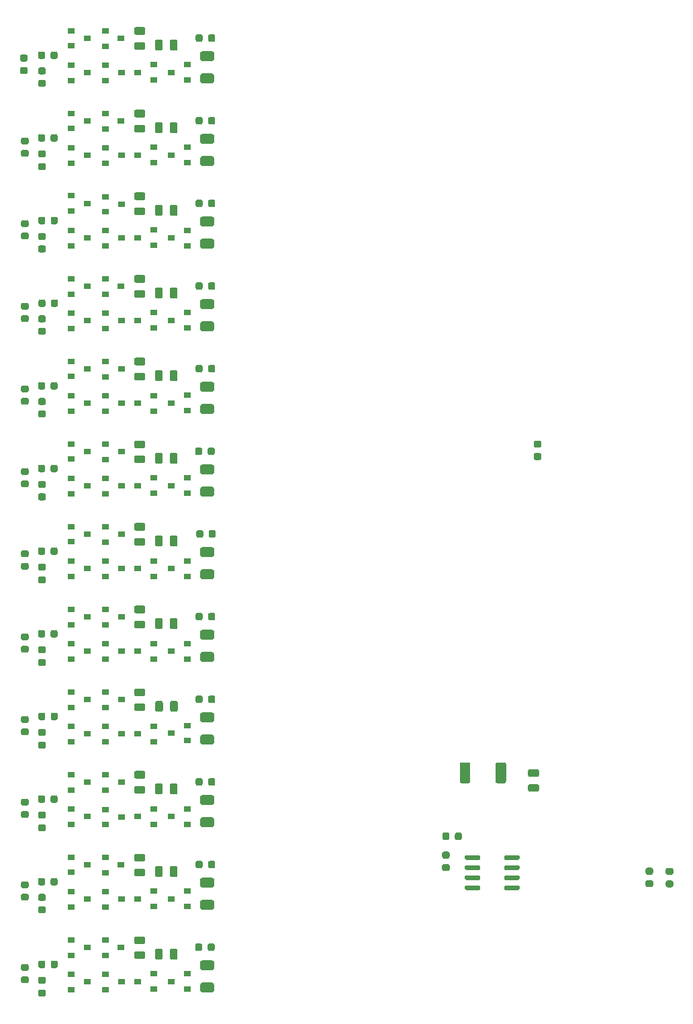
<source format=gbr>
%TF.GenerationSoftware,KiCad,Pcbnew,5.1.6-c6e7f7d~87~ubuntu18.04.1*%
%TF.CreationDate,2021-02-12T17:03:38+13:00*%
%TF.ProjectId,Volume Control Ultimate 2 Feb9,566f6c75-6d65-4204-936f-6e74726f6c20,rev?*%
%TF.SameCoordinates,Original*%
%TF.FileFunction,Paste,Top*%
%TF.FilePolarity,Positive*%
%FSLAX46Y46*%
G04 Gerber Fmt 4.6, Leading zero omitted, Abs format (unit mm)*
G04 Created by KiCad (PCBNEW 5.1.6-c6e7f7d~87~ubuntu18.04.1) date 2021-02-12 17:03:38*
%MOMM*%
%LPD*%
G01*
G04 APERTURE LIST*
%ADD10R,0.900000X0.800000*%
G04 APERTURE END LIST*
D10*
%TO.C,Q1*%
X46514000Y-48732400D03*
X46514000Y-50632400D03*
X48514000Y-49682400D03*
%TD*%
%TO.C,C1*%
G36*
G01*
X63048500Y-49400750D02*
X63048500Y-49913250D01*
G75*
G02*
X62829750Y-50132000I-218750J0D01*
G01*
X62392250Y-50132000D01*
G75*
G02*
X62173500Y-49913250I0J218750D01*
G01*
X62173500Y-49400750D01*
G75*
G02*
X62392250Y-49182000I218750J0D01*
G01*
X62829750Y-49182000D01*
G75*
G02*
X63048500Y-49400750I0J-218750D01*
G01*
G37*
G36*
G01*
X64623500Y-49400750D02*
X64623500Y-49913250D01*
G75*
G02*
X64404750Y-50132000I-218750J0D01*
G01*
X63967250Y-50132000D01*
G75*
G02*
X63748500Y-49913250I0J218750D01*
G01*
X63748500Y-49400750D01*
G75*
G02*
X63967250Y-49182000I218750J0D01*
G01*
X64404750Y-49182000D01*
G75*
G02*
X64623500Y-49400750I0J-218750D01*
G01*
G37*
%TD*%
%TO.C,C2*%
G36*
G01*
X64623500Y-59814750D02*
X64623500Y-60327250D01*
G75*
G02*
X64404750Y-60546000I-218750J0D01*
G01*
X63967250Y-60546000D01*
G75*
G02*
X63748500Y-60327250I0J218750D01*
G01*
X63748500Y-59814750D01*
G75*
G02*
X63967250Y-59596000I218750J0D01*
G01*
X64404750Y-59596000D01*
G75*
G02*
X64623500Y-59814750I0J-218750D01*
G01*
G37*
G36*
G01*
X63048500Y-59814750D02*
X63048500Y-60327250D01*
G75*
G02*
X62829750Y-60546000I-218750J0D01*
G01*
X62392250Y-60546000D01*
G75*
G02*
X62173500Y-60327250I0J218750D01*
G01*
X62173500Y-59814750D01*
G75*
G02*
X62392250Y-59596000I218750J0D01*
G01*
X62829750Y-59596000D01*
G75*
G02*
X63048500Y-59814750I0J-218750D01*
G01*
G37*
%TD*%
%TO.C,C3*%
G36*
G01*
X64623500Y-70228750D02*
X64623500Y-70741250D01*
G75*
G02*
X64404750Y-70960000I-218750J0D01*
G01*
X63967250Y-70960000D01*
G75*
G02*
X63748500Y-70741250I0J218750D01*
G01*
X63748500Y-70228750D01*
G75*
G02*
X63967250Y-70010000I218750J0D01*
G01*
X64404750Y-70010000D01*
G75*
G02*
X64623500Y-70228750I0J-218750D01*
G01*
G37*
G36*
G01*
X63048500Y-70228750D02*
X63048500Y-70741250D01*
G75*
G02*
X62829750Y-70960000I-218750J0D01*
G01*
X62392250Y-70960000D01*
G75*
G02*
X62173500Y-70741250I0J218750D01*
G01*
X62173500Y-70228750D01*
G75*
G02*
X62392250Y-70010000I218750J0D01*
G01*
X62829750Y-70010000D01*
G75*
G02*
X63048500Y-70228750I0J-218750D01*
G01*
G37*
%TD*%
%TO.C,C4*%
G36*
G01*
X64623500Y-80642750D02*
X64623500Y-81155250D01*
G75*
G02*
X64404750Y-81374000I-218750J0D01*
G01*
X63967250Y-81374000D01*
G75*
G02*
X63748500Y-81155250I0J218750D01*
G01*
X63748500Y-80642750D01*
G75*
G02*
X63967250Y-80424000I218750J0D01*
G01*
X64404750Y-80424000D01*
G75*
G02*
X64623500Y-80642750I0J-218750D01*
G01*
G37*
G36*
G01*
X63048500Y-80642750D02*
X63048500Y-81155250D01*
G75*
G02*
X62829750Y-81374000I-218750J0D01*
G01*
X62392250Y-81374000D01*
G75*
G02*
X62173500Y-81155250I0J218750D01*
G01*
X62173500Y-80642750D01*
G75*
G02*
X62392250Y-80424000I218750J0D01*
G01*
X62829750Y-80424000D01*
G75*
G02*
X63048500Y-80642750I0J-218750D01*
G01*
G37*
%TD*%
%TO.C,C5*%
G36*
G01*
X63048500Y-91056750D02*
X63048500Y-91569250D01*
G75*
G02*
X62829750Y-91788000I-218750J0D01*
G01*
X62392250Y-91788000D01*
G75*
G02*
X62173500Y-91569250I0J218750D01*
G01*
X62173500Y-91056750D01*
G75*
G02*
X62392250Y-90838000I218750J0D01*
G01*
X62829750Y-90838000D01*
G75*
G02*
X63048500Y-91056750I0J-218750D01*
G01*
G37*
G36*
G01*
X64623500Y-91056750D02*
X64623500Y-91569250D01*
G75*
G02*
X64404750Y-91788000I-218750J0D01*
G01*
X63967250Y-91788000D01*
G75*
G02*
X63748500Y-91569250I0J218750D01*
G01*
X63748500Y-91056750D01*
G75*
G02*
X63967250Y-90838000I218750J0D01*
G01*
X64404750Y-90838000D01*
G75*
G02*
X64623500Y-91056750I0J-218750D01*
G01*
G37*
%TD*%
%TO.C,C6*%
G36*
G01*
X64572500Y-101470750D02*
X64572500Y-101983250D01*
G75*
G02*
X64353750Y-102202000I-218750J0D01*
G01*
X63916250Y-102202000D01*
G75*
G02*
X63697500Y-101983250I0J218750D01*
G01*
X63697500Y-101470750D01*
G75*
G02*
X63916250Y-101252000I218750J0D01*
G01*
X64353750Y-101252000D01*
G75*
G02*
X64572500Y-101470750I0J-218750D01*
G01*
G37*
G36*
G01*
X62997500Y-101470750D02*
X62997500Y-101983250D01*
G75*
G02*
X62778750Y-102202000I-218750J0D01*
G01*
X62341250Y-102202000D01*
G75*
G02*
X62122500Y-101983250I0J218750D01*
G01*
X62122500Y-101470750D01*
G75*
G02*
X62341250Y-101252000I218750J0D01*
G01*
X62778750Y-101252000D01*
G75*
G02*
X62997500Y-101470750I0J-218750D01*
G01*
G37*
%TD*%
%TO.C,C7*%
G36*
G01*
X63124500Y-111884750D02*
X63124500Y-112397250D01*
G75*
G02*
X62905750Y-112616000I-218750J0D01*
G01*
X62468250Y-112616000D01*
G75*
G02*
X62249500Y-112397250I0J218750D01*
G01*
X62249500Y-111884750D01*
G75*
G02*
X62468250Y-111666000I218750J0D01*
G01*
X62905750Y-111666000D01*
G75*
G02*
X63124500Y-111884750I0J-218750D01*
G01*
G37*
G36*
G01*
X64699500Y-111884750D02*
X64699500Y-112397250D01*
G75*
G02*
X64480750Y-112616000I-218750J0D01*
G01*
X64043250Y-112616000D01*
G75*
G02*
X63824500Y-112397250I0J218750D01*
G01*
X63824500Y-111884750D01*
G75*
G02*
X64043250Y-111666000I218750J0D01*
G01*
X64480750Y-111666000D01*
G75*
G02*
X64699500Y-111884750I0J-218750D01*
G01*
G37*
%TD*%
%TO.C,C8*%
G36*
G01*
X64623500Y-122298750D02*
X64623500Y-122811250D01*
G75*
G02*
X64404750Y-123030000I-218750J0D01*
G01*
X63967250Y-123030000D01*
G75*
G02*
X63748500Y-122811250I0J218750D01*
G01*
X63748500Y-122298750D01*
G75*
G02*
X63967250Y-122080000I218750J0D01*
G01*
X64404750Y-122080000D01*
G75*
G02*
X64623500Y-122298750I0J-218750D01*
G01*
G37*
G36*
G01*
X63048500Y-122298750D02*
X63048500Y-122811250D01*
G75*
G02*
X62829750Y-123030000I-218750J0D01*
G01*
X62392250Y-123030000D01*
G75*
G02*
X62173500Y-122811250I0J218750D01*
G01*
X62173500Y-122298750D01*
G75*
G02*
X62392250Y-122080000I218750J0D01*
G01*
X62829750Y-122080000D01*
G75*
G02*
X63048500Y-122298750I0J-218750D01*
G01*
G37*
%TD*%
%TO.C,C9*%
G36*
G01*
X63048500Y-132712750D02*
X63048500Y-133225250D01*
G75*
G02*
X62829750Y-133444000I-218750J0D01*
G01*
X62392250Y-133444000D01*
G75*
G02*
X62173500Y-133225250I0J218750D01*
G01*
X62173500Y-132712750D01*
G75*
G02*
X62392250Y-132494000I218750J0D01*
G01*
X62829750Y-132494000D01*
G75*
G02*
X63048500Y-132712750I0J-218750D01*
G01*
G37*
G36*
G01*
X64623500Y-132712750D02*
X64623500Y-133225250D01*
G75*
G02*
X64404750Y-133444000I-218750J0D01*
G01*
X63967250Y-133444000D01*
G75*
G02*
X63748500Y-133225250I0J218750D01*
G01*
X63748500Y-132712750D01*
G75*
G02*
X63967250Y-132494000I218750J0D01*
G01*
X64404750Y-132494000D01*
G75*
G02*
X64623500Y-132712750I0J-218750D01*
G01*
G37*
%TD*%
%TO.C,C10*%
G36*
G01*
X64623500Y-143126750D02*
X64623500Y-143639250D01*
G75*
G02*
X64404750Y-143858000I-218750J0D01*
G01*
X63967250Y-143858000D01*
G75*
G02*
X63748500Y-143639250I0J218750D01*
G01*
X63748500Y-143126750D01*
G75*
G02*
X63967250Y-142908000I218750J0D01*
G01*
X64404750Y-142908000D01*
G75*
G02*
X64623500Y-143126750I0J-218750D01*
G01*
G37*
G36*
G01*
X63048500Y-143126750D02*
X63048500Y-143639250D01*
G75*
G02*
X62829750Y-143858000I-218750J0D01*
G01*
X62392250Y-143858000D01*
G75*
G02*
X62173500Y-143639250I0J218750D01*
G01*
X62173500Y-143126750D01*
G75*
G02*
X62392250Y-142908000I218750J0D01*
G01*
X62829750Y-142908000D01*
G75*
G02*
X63048500Y-143126750I0J-218750D01*
G01*
G37*
%TD*%
%TO.C,C11*%
G36*
G01*
X105231250Y-144632500D02*
X104318750Y-144632500D01*
G75*
G02*
X104075000Y-144388750I0J243750D01*
G01*
X104075000Y-143901250D01*
G75*
G02*
X104318750Y-143657500I243750J0D01*
G01*
X105231250Y-143657500D01*
G75*
G02*
X105475000Y-143901250I0J-243750D01*
G01*
X105475000Y-144388750D01*
G75*
G02*
X105231250Y-144632500I-243750J0D01*
G01*
G37*
G36*
G01*
X105231250Y-142757500D02*
X104318750Y-142757500D01*
G75*
G02*
X104075000Y-142513750I0J243750D01*
G01*
X104075000Y-142026250D01*
G75*
G02*
X104318750Y-141782500I243750J0D01*
G01*
X105231250Y-141782500D01*
G75*
G02*
X105475000Y-142026250I0J-243750D01*
G01*
X105475000Y-142513750D01*
G75*
G02*
X105231250Y-142757500I-243750J0D01*
G01*
G37*
%TD*%
%TO.C,C12*%
G36*
G01*
X63048500Y-153540750D02*
X63048500Y-154053250D01*
G75*
G02*
X62829750Y-154272000I-218750J0D01*
G01*
X62392250Y-154272000D01*
G75*
G02*
X62173500Y-154053250I0J218750D01*
G01*
X62173500Y-153540750D01*
G75*
G02*
X62392250Y-153322000I218750J0D01*
G01*
X62829750Y-153322000D01*
G75*
G02*
X63048500Y-153540750I0J-218750D01*
G01*
G37*
G36*
G01*
X64623500Y-153540750D02*
X64623500Y-154053250D01*
G75*
G02*
X64404750Y-154272000I-218750J0D01*
G01*
X63967250Y-154272000D01*
G75*
G02*
X63748500Y-154053250I0J218750D01*
G01*
X63748500Y-153540750D01*
G75*
G02*
X63967250Y-153322000I218750J0D01*
G01*
X64404750Y-153322000D01*
G75*
G02*
X64623500Y-153540750I0J-218750D01*
G01*
G37*
%TD*%
%TO.C,C13*%
G36*
G01*
X62997500Y-163954750D02*
X62997500Y-164467250D01*
G75*
G02*
X62778750Y-164686000I-218750J0D01*
G01*
X62341250Y-164686000D01*
G75*
G02*
X62122500Y-164467250I0J218750D01*
G01*
X62122500Y-163954750D01*
G75*
G02*
X62341250Y-163736000I218750J0D01*
G01*
X62778750Y-163736000D01*
G75*
G02*
X62997500Y-163954750I0J-218750D01*
G01*
G37*
G36*
G01*
X64572500Y-163954750D02*
X64572500Y-164467250D01*
G75*
G02*
X64353750Y-164686000I-218750J0D01*
G01*
X63916250Y-164686000D01*
G75*
G02*
X63697500Y-164467250I0J218750D01*
G01*
X63697500Y-163954750D01*
G75*
G02*
X63916250Y-163736000I218750J0D01*
G01*
X64353750Y-163736000D01*
G75*
G02*
X64572500Y-163954750I0J-218750D01*
G01*
G37*
%TD*%
%TO.C,Q2*%
X52774600Y-49718000D03*
X50774600Y-50668000D03*
X50774600Y-48768000D03*
%TD*%
%TO.C,Q3*%
X61087000Y-54925000D03*
X61087000Y-53025000D03*
X59087000Y-53975000D03*
%TD*%
%TO.C,Q4*%
X48472600Y-54036000D03*
X46472600Y-54986000D03*
X46472600Y-53086000D03*
%TD*%
%TO.C,Q5*%
X50825400Y-53086000D03*
X50825400Y-54986000D03*
X52825400Y-54036000D03*
%TD*%
%TO.C,Q6*%
X56864000Y-54925000D03*
X56864000Y-53025000D03*
X54864000Y-53975000D03*
%TD*%
%TO.C,Q7*%
X46514000Y-59146400D03*
X46514000Y-61046400D03*
X48514000Y-60096400D03*
%TD*%
%TO.C,Q8*%
X52774600Y-60132000D03*
X50774600Y-61082000D03*
X50774600Y-59182000D03*
%TD*%
%TO.C,Q9*%
X59087000Y-64389000D03*
X61087000Y-63439000D03*
X61087000Y-65339000D03*
%TD*%
%TO.C,Q10*%
X48472600Y-64450000D03*
X46472600Y-65400000D03*
X46472600Y-63500000D03*
%TD*%
%TO.C,Q11*%
X50800000Y-63500000D03*
X50800000Y-65400000D03*
X52800000Y-64450000D03*
%TD*%
%TO.C,Q12*%
X56880000Y-65339000D03*
X56880000Y-63439000D03*
X54880000Y-64389000D03*
%TD*%
%TO.C,Q13*%
X48514000Y-70485000D03*
X46514000Y-71435000D03*
X46514000Y-69535000D03*
%TD*%
%TO.C,Q14*%
X50816000Y-69662000D03*
X50816000Y-71562000D03*
X52816000Y-70612000D03*
%TD*%
%TO.C,Q15*%
X59087000Y-74864000D03*
X61087000Y-73914000D03*
X61087000Y-75814000D03*
%TD*%
%TO.C,Q16*%
X46482000Y-73919000D03*
X46482000Y-75819000D03*
X48482000Y-74869000D03*
%TD*%
%TO.C,Q17*%
X52800000Y-74869000D03*
X50800000Y-75819000D03*
X50800000Y-73919000D03*
%TD*%
%TO.C,Q18*%
X54864000Y-74803000D03*
X56864000Y-73853000D03*
X56864000Y-75753000D03*
%TD*%
%TO.C,Q19*%
X46482000Y-80010000D03*
X46482000Y-81910000D03*
X48482000Y-80960000D03*
%TD*%
%TO.C,Q20*%
X50774600Y-80010000D03*
X50774600Y-81910000D03*
X52774600Y-80960000D03*
%TD*%
%TO.C,Q21*%
X59087000Y-85217000D03*
X61087000Y-84267000D03*
X61087000Y-86167000D03*
%TD*%
%TO.C,Q22*%
X48472600Y-85278000D03*
X46472600Y-86228000D03*
X46472600Y-84328000D03*
%TD*%
%TO.C,Q23*%
X52825400Y-85278000D03*
X50825400Y-86228000D03*
X50825400Y-84328000D03*
%TD*%
%TO.C,Q24*%
X56864000Y-86167000D03*
X56864000Y-84267000D03*
X54864000Y-85217000D03*
%TD*%
%TO.C,Q25*%
X48514000Y-91338400D03*
X46514000Y-92288400D03*
X46514000Y-90388400D03*
%TD*%
%TO.C,Q26*%
X52800000Y-91374000D03*
X50800000Y-92324000D03*
X50800000Y-90424000D03*
%TD*%
%TO.C,Q27*%
X61087000Y-96581000D03*
X61087000Y-94681000D03*
X59087000Y-95631000D03*
%TD*%
%TO.C,Q28*%
X46482000Y-94742000D03*
X46482000Y-96642000D03*
X48482000Y-95692000D03*
%TD*%
%TO.C,Q29*%
X50825400Y-94742000D03*
X50825400Y-96642000D03*
X52825400Y-95692000D03*
%TD*%
%TO.C,Q30*%
X56896000Y-96647000D03*
X56896000Y-94747000D03*
X54896000Y-95697000D03*
%TD*%
%TO.C,Q31*%
X46514000Y-100802400D03*
X46514000Y-102702400D03*
X48514000Y-101752400D03*
%TD*%
%TO.C,Q32*%
X52800000Y-101788000D03*
X50800000Y-102738000D03*
X50800000Y-100838000D03*
%TD*%
%TO.C,Q33*%
X59087000Y-106045000D03*
X61087000Y-105095000D03*
X61087000Y-106995000D03*
%TD*%
%TO.C,Q34*%
X48472600Y-106106000D03*
X46472600Y-107056000D03*
X46472600Y-105156000D03*
%TD*%
%TO.C,Q35*%
X50825400Y-105156000D03*
X50825400Y-107056000D03*
X52825400Y-106106000D03*
%TD*%
%TO.C,Q36*%
X56864000Y-106995000D03*
X56864000Y-105095000D03*
X54864000Y-106045000D03*
%TD*%
%TO.C,Q37*%
X48514000Y-112166400D03*
X46514000Y-113116400D03*
X46514000Y-111216400D03*
%TD*%
%TO.C,Q38*%
X52800000Y-112202000D03*
X50800000Y-113152000D03*
X50800000Y-111252000D03*
%TD*%
%TO.C,Q39*%
X59087000Y-116525000D03*
X61087000Y-115575000D03*
X61087000Y-117475000D03*
%TD*%
%TO.C,Q40*%
X46482000Y-115570000D03*
X46482000Y-117470000D03*
X48482000Y-116520000D03*
%TD*%
%TO.C,Q41*%
X52825400Y-116520000D03*
X50825400Y-117470000D03*
X50825400Y-115570000D03*
%TD*%
%TO.C,Q42*%
X54896000Y-116525000D03*
X56896000Y-115575000D03*
X56896000Y-117475000D03*
%TD*%
%TO.C,Q43*%
X48482000Y-122616000D03*
X46482000Y-123566000D03*
X46482000Y-121666000D03*
%TD*%
%TO.C,Q44*%
X52800000Y-122616000D03*
X50800000Y-123566000D03*
X50800000Y-121666000D03*
%TD*%
%TO.C,Q45*%
X61087000Y-127889000D03*
X61087000Y-125989000D03*
X59087000Y-126939000D03*
%TD*%
%TO.C,Q46*%
X46482000Y-125989000D03*
X46482000Y-127889000D03*
X48482000Y-126939000D03*
%TD*%
%TO.C,Q47*%
X52825400Y-126934000D03*
X50825400Y-127884000D03*
X50825400Y-125984000D03*
%TD*%
%TO.C,Q48*%
X56896000Y-127889000D03*
X56896000Y-125989000D03*
X54896000Y-126939000D03*
%TD*%
%TO.C,Q49*%
X48482000Y-133030000D03*
X46482000Y-133980000D03*
X46482000Y-132080000D03*
%TD*%
%TO.C,Q50*%
X50800000Y-132080000D03*
X50800000Y-133980000D03*
X52800000Y-133030000D03*
%TD*%
%TO.C,Q51*%
X59087000Y-137226000D03*
X61087000Y-136276000D03*
X61087000Y-138176000D03*
%TD*%
%TO.C,Q52*%
X46482000Y-136398000D03*
X46482000Y-138298000D03*
X48482000Y-137348000D03*
%TD*%
%TO.C,Q53*%
X52800000Y-137348000D03*
X50800000Y-138298000D03*
X50800000Y-136398000D03*
%TD*%
%TO.C,Q54*%
X54896000Y-137353000D03*
X56896000Y-136403000D03*
X56896000Y-138303000D03*
%TD*%
%TO.C,Q55*%
X46482000Y-142494000D03*
X46482000Y-144394000D03*
X48482000Y-143444000D03*
%TD*%
%TO.C,Q56*%
X52800000Y-143444000D03*
X50800000Y-144394000D03*
X50800000Y-142494000D03*
%TD*%
%TO.C,Q57*%
X59087000Y-147767000D03*
X61087000Y-146817000D03*
X61087000Y-148717000D03*
%TD*%
%TO.C,Q58*%
X46482000Y-146812000D03*
X46482000Y-148712000D03*
X48482000Y-147762000D03*
%TD*%
%TO.C,Q59*%
X50816000Y-146878000D03*
X50816000Y-148778000D03*
X52816000Y-147828000D03*
%TD*%
%TO.C,Q60*%
X56896000Y-148717000D03*
X56896000Y-146817000D03*
X54896000Y-147767000D03*
%TD*%
%TO.C,Q61*%
X46514000Y-152872400D03*
X46514000Y-154772400D03*
X48514000Y-153822400D03*
%TD*%
%TO.C,Q62*%
X50774600Y-152908000D03*
X50774600Y-154808000D03*
X52774600Y-153858000D03*
%TD*%
%TO.C,Q63*%
X61087000Y-159065000D03*
X61087000Y-157165000D03*
X59087000Y-158115000D03*
%TD*%
%TO.C,Q64*%
X46472600Y-157226000D03*
X46472600Y-159126000D03*
X48472600Y-158176000D03*
%TD*%
%TO.C,Q65*%
X50825400Y-157226000D03*
X50825400Y-159126000D03*
X52825400Y-158176000D03*
%TD*%
%TO.C,Q66*%
X54880000Y-158115000D03*
X56880000Y-157165000D03*
X56880000Y-159065000D03*
%TD*%
%TO.C,Q67*%
X48482000Y-164272000D03*
X46482000Y-165222000D03*
X46482000Y-163322000D03*
%TD*%
%TO.C,Q68*%
X52774600Y-164272000D03*
X50774600Y-165222000D03*
X50774600Y-163322000D03*
%TD*%
%TO.C,Q69*%
X61087000Y-169479000D03*
X61087000Y-167579000D03*
X59087000Y-168529000D03*
%TD*%
%TO.C,Q70*%
X48482000Y-168590000D03*
X46482000Y-169540000D03*
X46482000Y-167640000D03*
%TD*%
%TO.C,Q71*%
X50825400Y-167640000D03*
X50825400Y-169540000D03*
X52825400Y-168590000D03*
%TD*%
%TO.C,Q72*%
X54864000Y-168529000D03*
X56864000Y-167579000D03*
X56864000Y-169479000D03*
%TD*%
%TO.C,R1*%
G36*
G01*
X40256750Y-53309000D02*
X40769250Y-53309000D01*
G75*
G02*
X40988000Y-53527750I0J-218750D01*
G01*
X40988000Y-53965250D01*
G75*
G02*
X40769250Y-54184000I-218750J0D01*
G01*
X40256750Y-54184000D01*
G75*
G02*
X40038000Y-53965250I0J218750D01*
G01*
X40038000Y-53527750D01*
G75*
G02*
X40256750Y-53309000I218750J0D01*
G01*
G37*
G36*
G01*
X40256750Y-51734000D02*
X40769250Y-51734000D01*
G75*
G02*
X40988000Y-51952750I0J-218750D01*
G01*
X40988000Y-52390250D01*
G75*
G02*
X40769250Y-52609000I-218750J0D01*
G01*
X40256750Y-52609000D01*
G75*
G02*
X40038000Y-52390250I0J218750D01*
G01*
X40038000Y-51952750D01*
G75*
G02*
X40256750Y-51734000I218750J0D01*
G01*
G37*
%TD*%
%TO.C,R2*%
G36*
G01*
X55574250Y-49255500D02*
X54661750Y-49255500D01*
G75*
G02*
X54418000Y-49011750I0J243750D01*
G01*
X54418000Y-48524250D01*
G75*
G02*
X54661750Y-48280500I243750J0D01*
G01*
X55574250Y-48280500D01*
G75*
G02*
X55818000Y-48524250I0J-243750D01*
G01*
X55818000Y-49011750D01*
G75*
G02*
X55574250Y-49255500I-243750J0D01*
G01*
G37*
G36*
G01*
X55574250Y-51130500D02*
X54661750Y-51130500D01*
G75*
G02*
X54418000Y-50886750I0J243750D01*
G01*
X54418000Y-50399250D01*
G75*
G02*
X54661750Y-50155500I243750J0D01*
G01*
X55574250Y-50155500D01*
G75*
G02*
X55818000Y-50399250I0J-243750D01*
G01*
X55818000Y-50886750D01*
G75*
G02*
X55574250Y-51130500I-243750J0D01*
G01*
G37*
%TD*%
%TO.C,R3*%
G36*
G01*
X42542750Y-54934500D02*
X43055250Y-54934500D01*
G75*
G02*
X43274000Y-55153250I0J-218750D01*
G01*
X43274000Y-55590750D01*
G75*
G02*
X43055250Y-55809500I-218750J0D01*
G01*
X42542750Y-55809500D01*
G75*
G02*
X42324000Y-55590750I0J218750D01*
G01*
X42324000Y-55153250D01*
G75*
G02*
X42542750Y-54934500I218750J0D01*
G01*
G37*
G36*
G01*
X42542750Y-53359500D02*
X43055250Y-53359500D01*
G75*
G02*
X43274000Y-53578250I0J-218750D01*
G01*
X43274000Y-54015750D01*
G75*
G02*
X43055250Y-54234500I-218750J0D01*
G01*
X42542750Y-54234500D01*
G75*
G02*
X42324000Y-54015750I0J218750D01*
G01*
X42324000Y-53578250D01*
G75*
G02*
X42542750Y-53359500I218750J0D01*
G01*
G37*
%TD*%
%TO.C,R4*%
G36*
G01*
X44760500Y-51559750D02*
X44760500Y-52072250D01*
G75*
G02*
X44541750Y-52291000I-218750J0D01*
G01*
X44104250Y-52291000D01*
G75*
G02*
X43885500Y-52072250I0J218750D01*
G01*
X43885500Y-51559750D01*
G75*
G02*
X44104250Y-51341000I218750J0D01*
G01*
X44541750Y-51341000D01*
G75*
G02*
X44760500Y-51559750I0J-218750D01*
G01*
G37*
G36*
G01*
X43185500Y-51559750D02*
X43185500Y-52072250D01*
G75*
G02*
X42966750Y-52291000I-218750J0D01*
G01*
X42529250Y-52291000D01*
G75*
G02*
X42310500Y-52072250I0J218750D01*
G01*
X42310500Y-51559750D01*
G75*
G02*
X42529250Y-51341000I218750J0D01*
G01*
X42966750Y-51341000D01*
G75*
G02*
X43185500Y-51559750I0J-218750D01*
G01*
G37*
%TD*%
%TO.C,R5*%
G36*
G01*
X63002000Y-54118000D02*
X64252000Y-54118000D01*
G75*
G02*
X64502000Y-54368000I0J-250000D01*
G01*
X64502000Y-55118000D01*
G75*
G02*
X64252000Y-55368000I-250000J0D01*
G01*
X63002000Y-55368000D01*
G75*
G02*
X62752000Y-55118000I0J250000D01*
G01*
X62752000Y-54368000D01*
G75*
G02*
X63002000Y-54118000I250000J0D01*
G01*
G37*
G36*
G01*
X63002000Y-51318000D02*
X64252000Y-51318000D01*
G75*
G02*
X64502000Y-51568000I0J-250000D01*
G01*
X64502000Y-52318000D01*
G75*
G02*
X64252000Y-52568000I-250000J0D01*
G01*
X63002000Y-52568000D01*
G75*
G02*
X62752000Y-52318000I0J250000D01*
G01*
X62752000Y-51568000D01*
G75*
G02*
X63002000Y-51318000I250000J0D01*
G01*
G37*
%TD*%
%TO.C,R6*%
G36*
G01*
X57043500Y-51002250D02*
X57043500Y-50089750D01*
G75*
G02*
X57287250Y-49846000I243750J0D01*
G01*
X57774750Y-49846000D01*
G75*
G02*
X58018500Y-50089750I0J-243750D01*
G01*
X58018500Y-51002250D01*
G75*
G02*
X57774750Y-51246000I-243750J0D01*
G01*
X57287250Y-51246000D01*
G75*
G02*
X57043500Y-51002250I0J243750D01*
G01*
G37*
G36*
G01*
X58918500Y-51002250D02*
X58918500Y-50089750D01*
G75*
G02*
X59162250Y-49846000I243750J0D01*
G01*
X59649750Y-49846000D01*
G75*
G02*
X59893500Y-50089750I0J-243750D01*
G01*
X59893500Y-51002250D01*
G75*
G02*
X59649750Y-51246000I-243750J0D01*
G01*
X59162250Y-51246000D01*
G75*
G02*
X58918500Y-51002250I0J243750D01*
G01*
G37*
%TD*%
%TO.C,R7*%
G36*
G01*
X40383750Y-62173500D02*
X40896250Y-62173500D01*
G75*
G02*
X41115000Y-62392250I0J-218750D01*
G01*
X41115000Y-62829750D01*
G75*
G02*
X40896250Y-63048500I-218750J0D01*
G01*
X40383750Y-63048500D01*
G75*
G02*
X40165000Y-62829750I0J218750D01*
G01*
X40165000Y-62392250D01*
G75*
G02*
X40383750Y-62173500I218750J0D01*
G01*
G37*
G36*
G01*
X40383750Y-63748500D02*
X40896250Y-63748500D01*
G75*
G02*
X41115000Y-63967250I0J-218750D01*
G01*
X41115000Y-64404750D01*
G75*
G02*
X40896250Y-64623500I-218750J0D01*
G01*
X40383750Y-64623500D01*
G75*
G02*
X40165000Y-64404750I0J218750D01*
G01*
X40165000Y-63967250D01*
G75*
G02*
X40383750Y-63748500I218750J0D01*
G01*
G37*
%TD*%
%TO.C,R8*%
G36*
G01*
X55574250Y-61544500D02*
X54661750Y-61544500D01*
G75*
G02*
X54418000Y-61300750I0J243750D01*
G01*
X54418000Y-60813250D01*
G75*
G02*
X54661750Y-60569500I243750J0D01*
G01*
X55574250Y-60569500D01*
G75*
G02*
X55818000Y-60813250I0J-243750D01*
G01*
X55818000Y-61300750D01*
G75*
G02*
X55574250Y-61544500I-243750J0D01*
G01*
G37*
G36*
G01*
X55574250Y-59669500D02*
X54661750Y-59669500D01*
G75*
G02*
X54418000Y-59425750I0J243750D01*
G01*
X54418000Y-58938250D01*
G75*
G02*
X54661750Y-58694500I243750J0D01*
G01*
X55574250Y-58694500D01*
G75*
G02*
X55818000Y-58938250I0J-243750D01*
G01*
X55818000Y-59425750D01*
G75*
G02*
X55574250Y-59669500I-243750J0D01*
G01*
G37*
%TD*%
%TO.C,R9*%
G36*
G01*
X42542750Y-63824500D02*
X43055250Y-63824500D01*
G75*
G02*
X43274000Y-64043250I0J-218750D01*
G01*
X43274000Y-64480750D01*
G75*
G02*
X43055250Y-64699500I-218750J0D01*
G01*
X42542750Y-64699500D01*
G75*
G02*
X42324000Y-64480750I0J218750D01*
G01*
X42324000Y-64043250D01*
G75*
G02*
X42542750Y-63824500I218750J0D01*
G01*
G37*
G36*
G01*
X42542750Y-65399500D02*
X43055250Y-65399500D01*
G75*
G02*
X43274000Y-65618250I0J-218750D01*
G01*
X43274000Y-66055750D01*
G75*
G02*
X43055250Y-66274500I-218750J0D01*
G01*
X42542750Y-66274500D01*
G75*
G02*
X42324000Y-66055750I0J218750D01*
G01*
X42324000Y-65618250D01*
G75*
G02*
X42542750Y-65399500I218750J0D01*
G01*
G37*
%TD*%
%TO.C,R10*%
G36*
G01*
X43185500Y-61973750D02*
X43185500Y-62486250D01*
G75*
G02*
X42966750Y-62705000I-218750J0D01*
G01*
X42529250Y-62705000D01*
G75*
G02*
X42310500Y-62486250I0J218750D01*
G01*
X42310500Y-61973750D01*
G75*
G02*
X42529250Y-61755000I218750J0D01*
G01*
X42966750Y-61755000D01*
G75*
G02*
X43185500Y-61973750I0J-218750D01*
G01*
G37*
G36*
G01*
X44760500Y-61973750D02*
X44760500Y-62486250D01*
G75*
G02*
X44541750Y-62705000I-218750J0D01*
G01*
X44104250Y-62705000D01*
G75*
G02*
X43885500Y-62486250I0J218750D01*
G01*
X43885500Y-61973750D01*
G75*
G02*
X44104250Y-61755000I218750J0D01*
G01*
X44541750Y-61755000D01*
G75*
G02*
X44760500Y-61973750I0J-218750D01*
G01*
G37*
%TD*%
%TO.C,R11*%
G36*
G01*
X63002000Y-61732000D02*
X64252000Y-61732000D01*
G75*
G02*
X64502000Y-61982000I0J-250000D01*
G01*
X64502000Y-62732000D01*
G75*
G02*
X64252000Y-62982000I-250000J0D01*
G01*
X63002000Y-62982000D01*
G75*
G02*
X62752000Y-62732000I0J250000D01*
G01*
X62752000Y-61982000D01*
G75*
G02*
X63002000Y-61732000I250000J0D01*
G01*
G37*
G36*
G01*
X63002000Y-64532000D02*
X64252000Y-64532000D01*
G75*
G02*
X64502000Y-64782000I0J-250000D01*
G01*
X64502000Y-65532000D01*
G75*
G02*
X64252000Y-65782000I-250000J0D01*
G01*
X63002000Y-65782000D01*
G75*
G02*
X62752000Y-65532000I0J250000D01*
G01*
X62752000Y-64782000D01*
G75*
G02*
X63002000Y-64532000I250000J0D01*
G01*
G37*
%TD*%
%TO.C,R12*%
G36*
G01*
X58918500Y-61416250D02*
X58918500Y-60503750D01*
G75*
G02*
X59162250Y-60260000I243750J0D01*
G01*
X59649750Y-60260000D01*
G75*
G02*
X59893500Y-60503750I0J-243750D01*
G01*
X59893500Y-61416250D01*
G75*
G02*
X59649750Y-61660000I-243750J0D01*
G01*
X59162250Y-61660000D01*
G75*
G02*
X58918500Y-61416250I0J243750D01*
G01*
G37*
G36*
G01*
X57043500Y-61416250D02*
X57043500Y-60503750D01*
G75*
G02*
X57287250Y-60260000I243750J0D01*
G01*
X57774750Y-60260000D01*
G75*
G02*
X58018500Y-60503750I0J-243750D01*
G01*
X58018500Y-61416250D01*
G75*
G02*
X57774750Y-61660000I-243750J0D01*
G01*
X57287250Y-61660000D01*
G75*
G02*
X57043500Y-61416250I0J243750D01*
G01*
G37*
%TD*%
%TO.C,R13*%
G36*
G01*
X40383750Y-74162500D02*
X40896250Y-74162500D01*
G75*
G02*
X41115000Y-74381250I0J-218750D01*
G01*
X41115000Y-74818750D01*
G75*
G02*
X40896250Y-75037500I-218750J0D01*
G01*
X40383750Y-75037500D01*
G75*
G02*
X40165000Y-74818750I0J218750D01*
G01*
X40165000Y-74381250D01*
G75*
G02*
X40383750Y-74162500I218750J0D01*
G01*
G37*
G36*
G01*
X40383750Y-72587500D02*
X40896250Y-72587500D01*
G75*
G02*
X41115000Y-72806250I0J-218750D01*
G01*
X41115000Y-73243750D01*
G75*
G02*
X40896250Y-73462500I-218750J0D01*
G01*
X40383750Y-73462500D01*
G75*
G02*
X40165000Y-73243750I0J218750D01*
G01*
X40165000Y-72806250D01*
G75*
G02*
X40383750Y-72587500I218750J0D01*
G01*
G37*
%TD*%
%TO.C,R14*%
G36*
G01*
X55574250Y-71958500D02*
X54661750Y-71958500D01*
G75*
G02*
X54418000Y-71714750I0J243750D01*
G01*
X54418000Y-71227250D01*
G75*
G02*
X54661750Y-70983500I243750J0D01*
G01*
X55574250Y-70983500D01*
G75*
G02*
X55818000Y-71227250I0J-243750D01*
G01*
X55818000Y-71714750D01*
G75*
G02*
X55574250Y-71958500I-243750J0D01*
G01*
G37*
G36*
G01*
X55574250Y-70083500D02*
X54661750Y-70083500D01*
G75*
G02*
X54418000Y-69839750I0J243750D01*
G01*
X54418000Y-69352250D01*
G75*
G02*
X54661750Y-69108500I243750J0D01*
G01*
X55574250Y-69108500D01*
G75*
G02*
X55818000Y-69352250I0J-243750D01*
G01*
X55818000Y-69839750D01*
G75*
G02*
X55574250Y-70083500I-243750J0D01*
G01*
G37*
%TD*%
%TO.C,R15*%
G36*
G01*
X42542750Y-75788000D02*
X43055250Y-75788000D01*
G75*
G02*
X43274000Y-76006750I0J-218750D01*
G01*
X43274000Y-76444250D01*
G75*
G02*
X43055250Y-76663000I-218750J0D01*
G01*
X42542750Y-76663000D01*
G75*
G02*
X42324000Y-76444250I0J218750D01*
G01*
X42324000Y-76006750D01*
G75*
G02*
X42542750Y-75788000I218750J0D01*
G01*
G37*
G36*
G01*
X42542750Y-74213000D02*
X43055250Y-74213000D01*
G75*
G02*
X43274000Y-74431750I0J-218750D01*
G01*
X43274000Y-74869250D01*
G75*
G02*
X43055250Y-75088000I-218750J0D01*
G01*
X42542750Y-75088000D01*
G75*
G02*
X42324000Y-74869250I0J218750D01*
G01*
X42324000Y-74431750D01*
G75*
G02*
X42542750Y-74213000I218750J0D01*
G01*
G37*
%TD*%
%TO.C,R16*%
G36*
G01*
X44786000Y-72387750D02*
X44786000Y-72900250D01*
G75*
G02*
X44567250Y-73119000I-218750J0D01*
G01*
X44129750Y-73119000D01*
G75*
G02*
X43911000Y-72900250I0J218750D01*
G01*
X43911000Y-72387750D01*
G75*
G02*
X44129750Y-72169000I218750J0D01*
G01*
X44567250Y-72169000D01*
G75*
G02*
X44786000Y-72387750I0J-218750D01*
G01*
G37*
G36*
G01*
X43211000Y-72387750D02*
X43211000Y-72900250D01*
G75*
G02*
X42992250Y-73119000I-218750J0D01*
G01*
X42554750Y-73119000D01*
G75*
G02*
X42336000Y-72900250I0J218750D01*
G01*
X42336000Y-72387750D01*
G75*
G02*
X42554750Y-72169000I218750J0D01*
G01*
X42992250Y-72169000D01*
G75*
G02*
X43211000Y-72387750I0J-218750D01*
G01*
G37*
%TD*%
%TO.C,R17*%
G36*
G01*
X63002000Y-74940000D02*
X64252000Y-74940000D01*
G75*
G02*
X64502000Y-75190000I0J-250000D01*
G01*
X64502000Y-75940000D01*
G75*
G02*
X64252000Y-76190000I-250000J0D01*
G01*
X63002000Y-76190000D01*
G75*
G02*
X62752000Y-75940000I0J250000D01*
G01*
X62752000Y-75190000D01*
G75*
G02*
X63002000Y-74940000I250000J0D01*
G01*
G37*
G36*
G01*
X63002000Y-72140000D02*
X64252000Y-72140000D01*
G75*
G02*
X64502000Y-72390000I0J-250000D01*
G01*
X64502000Y-73140000D01*
G75*
G02*
X64252000Y-73390000I-250000J0D01*
G01*
X63002000Y-73390000D01*
G75*
G02*
X62752000Y-73140000I0J250000D01*
G01*
X62752000Y-72390000D01*
G75*
G02*
X63002000Y-72140000I250000J0D01*
G01*
G37*
%TD*%
%TO.C,R18*%
G36*
G01*
X58918500Y-71830250D02*
X58918500Y-70917750D01*
G75*
G02*
X59162250Y-70674000I243750J0D01*
G01*
X59649750Y-70674000D01*
G75*
G02*
X59893500Y-70917750I0J-243750D01*
G01*
X59893500Y-71830250D01*
G75*
G02*
X59649750Y-72074000I-243750J0D01*
G01*
X59162250Y-72074000D01*
G75*
G02*
X58918500Y-71830250I0J243750D01*
G01*
G37*
G36*
G01*
X57043500Y-71830250D02*
X57043500Y-70917750D01*
G75*
G02*
X57287250Y-70674000I243750J0D01*
G01*
X57774750Y-70674000D01*
G75*
G02*
X58018500Y-70917750I0J-243750D01*
G01*
X58018500Y-71830250D01*
G75*
G02*
X57774750Y-72074000I-243750J0D01*
G01*
X57287250Y-72074000D01*
G75*
G02*
X57043500Y-71830250I0J243750D01*
G01*
G37*
%TD*%
%TO.C,R19*%
G36*
G01*
X40383750Y-83001500D02*
X40896250Y-83001500D01*
G75*
G02*
X41115000Y-83220250I0J-218750D01*
G01*
X41115000Y-83657750D01*
G75*
G02*
X40896250Y-83876500I-218750J0D01*
G01*
X40383750Y-83876500D01*
G75*
G02*
X40165000Y-83657750I0J218750D01*
G01*
X40165000Y-83220250D01*
G75*
G02*
X40383750Y-83001500I218750J0D01*
G01*
G37*
G36*
G01*
X40383750Y-84576500D02*
X40896250Y-84576500D01*
G75*
G02*
X41115000Y-84795250I0J-218750D01*
G01*
X41115000Y-85232750D01*
G75*
G02*
X40896250Y-85451500I-218750J0D01*
G01*
X40383750Y-85451500D01*
G75*
G02*
X40165000Y-85232750I0J218750D01*
G01*
X40165000Y-84795250D01*
G75*
G02*
X40383750Y-84576500I218750J0D01*
G01*
G37*
%TD*%
%TO.C,R20*%
G36*
G01*
X55574250Y-80497500D02*
X54661750Y-80497500D01*
G75*
G02*
X54418000Y-80253750I0J243750D01*
G01*
X54418000Y-79766250D01*
G75*
G02*
X54661750Y-79522500I243750J0D01*
G01*
X55574250Y-79522500D01*
G75*
G02*
X55818000Y-79766250I0J-243750D01*
G01*
X55818000Y-80253750D01*
G75*
G02*
X55574250Y-80497500I-243750J0D01*
G01*
G37*
G36*
G01*
X55574250Y-82372500D02*
X54661750Y-82372500D01*
G75*
G02*
X54418000Y-82128750I0J243750D01*
G01*
X54418000Y-81641250D01*
G75*
G02*
X54661750Y-81397500I243750J0D01*
G01*
X55574250Y-81397500D01*
G75*
G02*
X55818000Y-81641250I0J-243750D01*
G01*
X55818000Y-82128750D01*
G75*
G02*
X55574250Y-82372500I-243750J0D01*
G01*
G37*
%TD*%
%TO.C,R21*%
G36*
G01*
X42542750Y-84601500D02*
X43055250Y-84601500D01*
G75*
G02*
X43274000Y-84820250I0J-218750D01*
G01*
X43274000Y-85257750D01*
G75*
G02*
X43055250Y-85476500I-218750J0D01*
G01*
X42542750Y-85476500D01*
G75*
G02*
X42324000Y-85257750I0J218750D01*
G01*
X42324000Y-84820250D01*
G75*
G02*
X42542750Y-84601500I218750J0D01*
G01*
G37*
G36*
G01*
X42542750Y-86176500D02*
X43055250Y-86176500D01*
G75*
G02*
X43274000Y-86395250I0J-218750D01*
G01*
X43274000Y-86832750D01*
G75*
G02*
X43055250Y-87051500I-218750J0D01*
G01*
X42542750Y-87051500D01*
G75*
G02*
X42324000Y-86832750I0J218750D01*
G01*
X42324000Y-86395250D01*
G75*
G02*
X42542750Y-86176500I218750J0D01*
G01*
G37*
%TD*%
%TO.C,R22*%
G36*
G01*
X43236500Y-82801750D02*
X43236500Y-83314250D01*
G75*
G02*
X43017750Y-83533000I-218750J0D01*
G01*
X42580250Y-83533000D01*
G75*
G02*
X42361500Y-83314250I0J218750D01*
G01*
X42361500Y-82801750D01*
G75*
G02*
X42580250Y-82583000I218750J0D01*
G01*
X43017750Y-82583000D01*
G75*
G02*
X43236500Y-82801750I0J-218750D01*
G01*
G37*
G36*
G01*
X44811500Y-82801750D02*
X44811500Y-83314250D01*
G75*
G02*
X44592750Y-83533000I-218750J0D01*
G01*
X44155250Y-83533000D01*
G75*
G02*
X43936500Y-83314250I0J218750D01*
G01*
X43936500Y-82801750D01*
G75*
G02*
X44155250Y-82583000I218750J0D01*
G01*
X44592750Y-82583000D01*
G75*
G02*
X44811500Y-82801750I0J-218750D01*
G01*
G37*
%TD*%
%TO.C,R23*%
G36*
G01*
X63002000Y-82560000D02*
X64252000Y-82560000D01*
G75*
G02*
X64502000Y-82810000I0J-250000D01*
G01*
X64502000Y-83560000D01*
G75*
G02*
X64252000Y-83810000I-250000J0D01*
G01*
X63002000Y-83810000D01*
G75*
G02*
X62752000Y-83560000I0J250000D01*
G01*
X62752000Y-82810000D01*
G75*
G02*
X63002000Y-82560000I250000J0D01*
G01*
G37*
G36*
G01*
X63002000Y-85360000D02*
X64252000Y-85360000D01*
G75*
G02*
X64502000Y-85610000I0J-250000D01*
G01*
X64502000Y-86360000D01*
G75*
G02*
X64252000Y-86610000I-250000J0D01*
G01*
X63002000Y-86610000D01*
G75*
G02*
X62752000Y-86360000I0J250000D01*
G01*
X62752000Y-85610000D01*
G75*
G02*
X63002000Y-85360000I250000J0D01*
G01*
G37*
%TD*%
%TO.C,R24*%
G36*
G01*
X57043500Y-82244250D02*
X57043500Y-81331750D01*
G75*
G02*
X57287250Y-81088000I243750J0D01*
G01*
X57774750Y-81088000D01*
G75*
G02*
X58018500Y-81331750I0J-243750D01*
G01*
X58018500Y-82244250D01*
G75*
G02*
X57774750Y-82488000I-243750J0D01*
G01*
X57287250Y-82488000D01*
G75*
G02*
X57043500Y-82244250I0J243750D01*
G01*
G37*
G36*
G01*
X58918500Y-82244250D02*
X58918500Y-81331750D01*
G75*
G02*
X59162250Y-81088000I243750J0D01*
G01*
X59649750Y-81088000D01*
G75*
G02*
X59893500Y-81331750I0J-243750D01*
G01*
X59893500Y-82244250D01*
G75*
G02*
X59649750Y-82488000I-243750J0D01*
G01*
X59162250Y-82488000D01*
G75*
G02*
X58918500Y-82244250I0J243750D01*
G01*
G37*
%TD*%
%TO.C,R25*%
G36*
G01*
X40383750Y-94990500D02*
X40896250Y-94990500D01*
G75*
G02*
X41115000Y-95209250I0J-218750D01*
G01*
X41115000Y-95646750D01*
G75*
G02*
X40896250Y-95865500I-218750J0D01*
G01*
X40383750Y-95865500D01*
G75*
G02*
X40165000Y-95646750I0J218750D01*
G01*
X40165000Y-95209250D01*
G75*
G02*
X40383750Y-94990500I218750J0D01*
G01*
G37*
G36*
G01*
X40383750Y-93415500D02*
X40896250Y-93415500D01*
G75*
G02*
X41115000Y-93634250I0J-218750D01*
G01*
X41115000Y-94071750D01*
G75*
G02*
X40896250Y-94290500I-218750J0D01*
G01*
X40383750Y-94290500D01*
G75*
G02*
X40165000Y-94071750I0J218750D01*
G01*
X40165000Y-93634250D01*
G75*
G02*
X40383750Y-93415500I218750J0D01*
G01*
G37*
%TD*%
%TO.C,R26*%
G36*
G01*
X55574250Y-90911500D02*
X54661750Y-90911500D01*
G75*
G02*
X54418000Y-90667750I0J243750D01*
G01*
X54418000Y-90180250D01*
G75*
G02*
X54661750Y-89936500I243750J0D01*
G01*
X55574250Y-89936500D01*
G75*
G02*
X55818000Y-90180250I0J-243750D01*
G01*
X55818000Y-90667750D01*
G75*
G02*
X55574250Y-90911500I-243750J0D01*
G01*
G37*
G36*
G01*
X55574250Y-92786500D02*
X54661750Y-92786500D01*
G75*
G02*
X54418000Y-92542750I0J243750D01*
G01*
X54418000Y-92055250D01*
G75*
G02*
X54661750Y-91811500I243750J0D01*
G01*
X55574250Y-91811500D01*
G75*
G02*
X55818000Y-92055250I0J-243750D01*
G01*
X55818000Y-92542750D01*
G75*
G02*
X55574250Y-92786500I-243750J0D01*
G01*
G37*
%TD*%
%TO.C,R27*%
G36*
G01*
X42542750Y-96590500D02*
X43055250Y-96590500D01*
G75*
G02*
X43274000Y-96809250I0J-218750D01*
G01*
X43274000Y-97246750D01*
G75*
G02*
X43055250Y-97465500I-218750J0D01*
G01*
X42542750Y-97465500D01*
G75*
G02*
X42324000Y-97246750I0J218750D01*
G01*
X42324000Y-96809250D01*
G75*
G02*
X42542750Y-96590500I218750J0D01*
G01*
G37*
G36*
G01*
X42542750Y-95015500D02*
X43055250Y-95015500D01*
G75*
G02*
X43274000Y-95234250I0J-218750D01*
G01*
X43274000Y-95671750D01*
G75*
G02*
X43055250Y-95890500I-218750J0D01*
G01*
X42542750Y-95890500D01*
G75*
G02*
X42324000Y-95671750I0J218750D01*
G01*
X42324000Y-95234250D01*
G75*
G02*
X42542750Y-95015500I218750J0D01*
G01*
G37*
%TD*%
%TO.C,R28*%
G36*
G01*
X44760500Y-93215750D02*
X44760500Y-93728250D01*
G75*
G02*
X44541750Y-93947000I-218750J0D01*
G01*
X44104250Y-93947000D01*
G75*
G02*
X43885500Y-93728250I0J218750D01*
G01*
X43885500Y-93215750D01*
G75*
G02*
X44104250Y-92997000I218750J0D01*
G01*
X44541750Y-92997000D01*
G75*
G02*
X44760500Y-93215750I0J-218750D01*
G01*
G37*
G36*
G01*
X43185500Y-93215750D02*
X43185500Y-93728250D01*
G75*
G02*
X42966750Y-93947000I-218750J0D01*
G01*
X42529250Y-93947000D01*
G75*
G02*
X42310500Y-93728250I0J218750D01*
G01*
X42310500Y-93215750D01*
G75*
G02*
X42529250Y-92997000I218750J0D01*
G01*
X42966750Y-92997000D01*
G75*
G02*
X43185500Y-93215750I0J-218750D01*
G01*
G37*
%TD*%
%TO.C,R29*%
G36*
G01*
X63002000Y-95774000D02*
X64252000Y-95774000D01*
G75*
G02*
X64502000Y-96024000I0J-250000D01*
G01*
X64502000Y-96774000D01*
G75*
G02*
X64252000Y-97024000I-250000J0D01*
G01*
X63002000Y-97024000D01*
G75*
G02*
X62752000Y-96774000I0J250000D01*
G01*
X62752000Y-96024000D01*
G75*
G02*
X63002000Y-95774000I250000J0D01*
G01*
G37*
G36*
G01*
X63002000Y-92974000D02*
X64252000Y-92974000D01*
G75*
G02*
X64502000Y-93224000I0J-250000D01*
G01*
X64502000Y-93974000D01*
G75*
G02*
X64252000Y-94224000I-250000J0D01*
G01*
X63002000Y-94224000D01*
G75*
G02*
X62752000Y-93974000I0J250000D01*
G01*
X62752000Y-93224000D01*
G75*
G02*
X63002000Y-92974000I250000J0D01*
G01*
G37*
%TD*%
%TO.C,R30*%
G36*
G01*
X58918500Y-92658250D02*
X58918500Y-91745750D01*
G75*
G02*
X59162250Y-91502000I243750J0D01*
G01*
X59649750Y-91502000D01*
G75*
G02*
X59893500Y-91745750I0J-243750D01*
G01*
X59893500Y-92658250D01*
G75*
G02*
X59649750Y-92902000I-243750J0D01*
G01*
X59162250Y-92902000D01*
G75*
G02*
X58918500Y-92658250I0J243750D01*
G01*
G37*
G36*
G01*
X57043500Y-92658250D02*
X57043500Y-91745750D01*
G75*
G02*
X57287250Y-91502000I243750J0D01*
G01*
X57774750Y-91502000D01*
G75*
G02*
X58018500Y-91745750I0J-243750D01*
G01*
X58018500Y-92658250D01*
G75*
G02*
X57774750Y-92902000I-243750J0D01*
G01*
X57287250Y-92902000D01*
G75*
G02*
X57043500Y-92658250I0J243750D01*
G01*
G37*
%TD*%
%TO.C,R31*%
G36*
G01*
X40383750Y-103829500D02*
X40896250Y-103829500D01*
G75*
G02*
X41115000Y-104048250I0J-218750D01*
G01*
X41115000Y-104485750D01*
G75*
G02*
X40896250Y-104704500I-218750J0D01*
G01*
X40383750Y-104704500D01*
G75*
G02*
X40165000Y-104485750I0J218750D01*
G01*
X40165000Y-104048250D01*
G75*
G02*
X40383750Y-103829500I218750J0D01*
G01*
G37*
G36*
G01*
X40383750Y-105404500D02*
X40896250Y-105404500D01*
G75*
G02*
X41115000Y-105623250I0J-218750D01*
G01*
X41115000Y-106060750D01*
G75*
G02*
X40896250Y-106279500I-218750J0D01*
G01*
X40383750Y-106279500D01*
G75*
G02*
X40165000Y-106060750I0J218750D01*
G01*
X40165000Y-105623250D01*
G75*
G02*
X40383750Y-105404500I218750J0D01*
G01*
G37*
%TD*%
%TO.C,R32*%
G36*
G01*
X55574250Y-101355500D02*
X54661750Y-101355500D01*
G75*
G02*
X54418000Y-101111750I0J243750D01*
G01*
X54418000Y-100624250D01*
G75*
G02*
X54661750Y-100380500I243750J0D01*
G01*
X55574250Y-100380500D01*
G75*
G02*
X55818000Y-100624250I0J-243750D01*
G01*
X55818000Y-101111750D01*
G75*
G02*
X55574250Y-101355500I-243750J0D01*
G01*
G37*
G36*
G01*
X55574250Y-103230500D02*
X54661750Y-103230500D01*
G75*
G02*
X54418000Y-102986750I0J243750D01*
G01*
X54418000Y-102499250D01*
G75*
G02*
X54661750Y-102255500I243750J0D01*
G01*
X55574250Y-102255500D01*
G75*
G02*
X55818000Y-102499250I0J-243750D01*
G01*
X55818000Y-102986750D01*
G75*
G02*
X55574250Y-103230500I-243750J0D01*
G01*
G37*
%TD*%
%TO.C,R33*%
G36*
G01*
X42542750Y-105455000D02*
X43055250Y-105455000D01*
G75*
G02*
X43274000Y-105673750I0J-218750D01*
G01*
X43274000Y-106111250D01*
G75*
G02*
X43055250Y-106330000I-218750J0D01*
G01*
X42542750Y-106330000D01*
G75*
G02*
X42324000Y-106111250I0J218750D01*
G01*
X42324000Y-105673750D01*
G75*
G02*
X42542750Y-105455000I218750J0D01*
G01*
G37*
G36*
G01*
X42542750Y-107030000D02*
X43055250Y-107030000D01*
G75*
G02*
X43274000Y-107248750I0J-218750D01*
G01*
X43274000Y-107686250D01*
G75*
G02*
X43055250Y-107905000I-218750J0D01*
G01*
X42542750Y-107905000D01*
G75*
G02*
X42324000Y-107686250I0J218750D01*
G01*
X42324000Y-107248750D01*
G75*
G02*
X42542750Y-107030000I218750J0D01*
G01*
G37*
%TD*%
%TO.C,R34*%
G36*
G01*
X43185500Y-103629750D02*
X43185500Y-104142250D01*
G75*
G02*
X42966750Y-104361000I-218750J0D01*
G01*
X42529250Y-104361000D01*
G75*
G02*
X42310500Y-104142250I0J218750D01*
G01*
X42310500Y-103629750D01*
G75*
G02*
X42529250Y-103411000I218750J0D01*
G01*
X42966750Y-103411000D01*
G75*
G02*
X43185500Y-103629750I0J-218750D01*
G01*
G37*
G36*
G01*
X44760500Y-103629750D02*
X44760500Y-104142250D01*
G75*
G02*
X44541750Y-104361000I-218750J0D01*
G01*
X44104250Y-104361000D01*
G75*
G02*
X43885500Y-104142250I0J218750D01*
G01*
X43885500Y-103629750D01*
G75*
G02*
X44104250Y-103411000I218750J0D01*
G01*
X44541750Y-103411000D01*
G75*
G02*
X44760500Y-103629750I0J-218750D01*
G01*
G37*
%TD*%
%TO.C,R35*%
G36*
G01*
X63002000Y-103388000D02*
X64252000Y-103388000D01*
G75*
G02*
X64502000Y-103638000I0J-250000D01*
G01*
X64502000Y-104388000D01*
G75*
G02*
X64252000Y-104638000I-250000J0D01*
G01*
X63002000Y-104638000D01*
G75*
G02*
X62752000Y-104388000I0J250000D01*
G01*
X62752000Y-103638000D01*
G75*
G02*
X63002000Y-103388000I250000J0D01*
G01*
G37*
G36*
G01*
X63002000Y-106188000D02*
X64252000Y-106188000D01*
G75*
G02*
X64502000Y-106438000I0J-250000D01*
G01*
X64502000Y-107188000D01*
G75*
G02*
X64252000Y-107438000I-250000J0D01*
G01*
X63002000Y-107438000D01*
G75*
G02*
X62752000Y-107188000I0J250000D01*
G01*
X62752000Y-106438000D01*
G75*
G02*
X63002000Y-106188000I250000J0D01*
G01*
G37*
%TD*%
%TO.C,R36*%
G36*
G01*
X57043500Y-103072250D02*
X57043500Y-102159750D01*
G75*
G02*
X57287250Y-101916000I243750J0D01*
G01*
X57774750Y-101916000D01*
G75*
G02*
X58018500Y-102159750I0J-243750D01*
G01*
X58018500Y-103072250D01*
G75*
G02*
X57774750Y-103316000I-243750J0D01*
G01*
X57287250Y-103316000D01*
G75*
G02*
X57043500Y-103072250I0J243750D01*
G01*
G37*
G36*
G01*
X58918500Y-103072250D02*
X58918500Y-102159750D01*
G75*
G02*
X59162250Y-101916000I243750J0D01*
G01*
X59649750Y-101916000D01*
G75*
G02*
X59893500Y-102159750I0J-243750D01*
G01*
X59893500Y-103072250D01*
G75*
G02*
X59649750Y-103316000I-243750J0D01*
G01*
X59162250Y-103316000D01*
G75*
G02*
X58918500Y-103072250I0J243750D01*
G01*
G37*
%TD*%
%TO.C,R37*%
G36*
G01*
X40383750Y-114192500D02*
X40896250Y-114192500D01*
G75*
G02*
X41115000Y-114411250I0J-218750D01*
G01*
X41115000Y-114848750D01*
G75*
G02*
X40896250Y-115067500I-218750J0D01*
G01*
X40383750Y-115067500D01*
G75*
G02*
X40165000Y-114848750I0J218750D01*
G01*
X40165000Y-114411250D01*
G75*
G02*
X40383750Y-114192500I218750J0D01*
G01*
G37*
G36*
G01*
X40383750Y-115767500D02*
X40896250Y-115767500D01*
G75*
G02*
X41115000Y-115986250I0J-218750D01*
G01*
X41115000Y-116423750D01*
G75*
G02*
X40896250Y-116642500I-218750J0D01*
G01*
X40383750Y-116642500D01*
G75*
G02*
X40165000Y-116423750I0J218750D01*
G01*
X40165000Y-115986250D01*
G75*
G02*
X40383750Y-115767500I218750J0D01*
G01*
G37*
%TD*%
%TO.C,R38*%
G36*
G01*
X55574250Y-113614500D02*
X54661750Y-113614500D01*
G75*
G02*
X54418000Y-113370750I0J243750D01*
G01*
X54418000Y-112883250D01*
G75*
G02*
X54661750Y-112639500I243750J0D01*
G01*
X55574250Y-112639500D01*
G75*
G02*
X55818000Y-112883250I0J-243750D01*
G01*
X55818000Y-113370750D01*
G75*
G02*
X55574250Y-113614500I-243750J0D01*
G01*
G37*
G36*
G01*
X55574250Y-111739500D02*
X54661750Y-111739500D01*
G75*
G02*
X54418000Y-111495750I0J243750D01*
G01*
X54418000Y-111008250D01*
G75*
G02*
X54661750Y-110764500I243750J0D01*
G01*
X55574250Y-110764500D01*
G75*
G02*
X55818000Y-111008250I0J-243750D01*
G01*
X55818000Y-111495750D01*
G75*
G02*
X55574250Y-111739500I-243750J0D01*
G01*
G37*
%TD*%
%TO.C,R39*%
G36*
G01*
X42542750Y-117469500D02*
X43055250Y-117469500D01*
G75*
G02*
X43274000Y-117688250I0J-218750D01*
G01*
X43274000Y-118125750D01*
G75*
G02*
X43055250Y-118344500I-218750J0D01*
G01*
X42542750Y-118344500D01*
G75*
G02*
X42324000Y-118125750I0J218750D01*
G01*
X42324000Y-117688250D01*
G75*
G02*
X42542750Y-117469500I218750J0D01*
G01*
G37*
G36*
G01*
X42542750Y-115894500D02*
X43055250Y-115894500D01*
G75*
G02*
X43274000Y-116113250I0J-218750D01*
G01*
X43274000Y-116550750D01*
G75*
G02*
X43055250Y-116769500I-218750J0D01*
G01*
X42542750Y-116769500D01*
G75*
G02*
X42324000Y-116550750I0J218750D01*
G01*
X42324000Y-116113250D01*
G75*
G02*
X42542750Y-115894500I218750J0D01*
G01*
G37*
%TD*%
%TO.C,R40*%
G36*
G01*
X44760500Y-114043750D02*
X44760500Y-114556250D01*
G75*
G02*
X44541750Y-114775000I-218750J0D01*
G01*
X44104250Y-114775000D01*
G75*
G02*
X43885500Y-114556250I0J218750D01*
G01*
X43885500Y-114043750D01*
G75*
G02*
X44104250Y-113825000I218750J0D01*
G01*
X44541750Y-113825000D01*
G75*
G02*
X44760500Y-114043750I0J-218750D01*
G01*
G37*
G36*
G01*
X43185500Y-114043750D02*
X43185500Y-114556250D01*
G75*
G02*
X42966750Y-114775000I-218750J0D01*
G01*
X42529250Y-114775000D01*
G75*
G02*
X42310500Y-114556250I0J218750D01*
G01*
X42310500Y-114043750D01*
G75*
G02*
X42529250Y-113825000I218750J0D01*
G01*
X42966750Y-113825000D01*
G75*
G02*
X43185500Y-114043750I0J-218750D01*
G01*
G37*
%TD*%
%TO.C,R41*%
G36*
G01*
X63002000Y-116599000D02*
X64252000Y-116599000D01*
G75*
G02*
X64502000Y-116849000I0J-250000D01*
G01*
X64502000Y-117599000D01*
G75*
G02*
X64252000Y-117849000I-250000J0D01*
G01*
X63002000Y-117849000D01*
G75*
G02*
X62752000Y-117599000I0J250000D01*
G01*
X62752000Y-116849000D01*
G75*
G02*
X63002000Y-116599000I250000J0D01*
G01*
G37*
G36*
G01*
X63002000Y-113799000D02*
X64252000Y-113799000D01*
G75*
G02*
X64502000Y-114049000I0J-250000D01*
G01*
X64502000Y-114799000D01*
G75*
G02*
X64252000Y-115049000I-250000J0D01*
G01*
X63002000Y-115049000D01*
G75*
G02*
X62752000Y-114799000I0J250000D01*
G01*
X62752000Y-114049000D01*
G75*
G02*
X63002000Y-113799000I250000J0D01*
G01*
G37*
%TD*%
%TO.C,R42*%
G36*
G01*
X58918500Y-113486250D02*
X58918500Y-112573750D01*
G75*
G02*
X59162250Y-112330000I243750J0D01*
G01*
X59649750Y-112330000D01*
G75*
G02*
X59893500Y-112573750I0J-243750D01*
G01*
X59893500Y-113486250D01*
G75*
G02*
X59649750Y-113730000I-243750J0D01*
G01*
X59162250Y-113730000D01*
G75*
G02*
X58918500Y-113486250I0J243750D01*
G01*
G37*
G36*
G01*
X57043500Y-113486250D02*
X57043500Y-112573750D01*
G75*
G02*
X57287250Y-112330000I243750J0D01*
G01*
X57774750Y-112330000D01*
G75*
G02*
X58018500Y-112573750I0J-243750D01*
G01*
X58018500Y-113486250D01*
G75*
G02*
X57774750Y-113730000I-243750J0D01*
G01*
X57287250Y-113730000D01*
G75*
G02*
X57043500Y-113486250I0J243750D01*
G01*
G37*
%TD*%
%TO.C,R43*%
G36*
G01*
X40383750Y-124657500D02*
X40896250Y-124657500D01*
G75*
G02*
X41115000Y-124876250I0J-218750D01*
G01*
X41115000Y-125313750D01*
G75*
G02*
X40896250Y-125532500I-218750J0D01*
G01*
X40383750Y-125532500D01*
G75*
G02*
X40165000Y-125313750I0J218750D01*
G01*
X40165000Y-124876250D01*
G75*
G02*
X40383750Y-124657500I218750J0D01*
G01*
G37*
G36*
G01*
X40383750Y-126232500D02*
X40896250Y-126232500D01*
G75*
G02*
X41115000Y-126451250I0J-218750D01*
G01*
X41115000Y-126888750D01*
G75*
G02*
X40896250Y-127107500I-218750J0D01*
G01*
X40383750Y-127107500D01*
G75*
G02*
X40165000Y-126888750I0J218750D01*
G01*
X40165000Y-126451250D01*
G75*
G02*
X40383750Y-126232500I218750J0D01*
G01*
G37*
%TD*%
%TO.C,R44*%
G36*
G01*
X55574250Y-124028500D02*
X54661750Y-124028500D01*
G75*
G02*
X54418000Y-123784750I0J243750D01*
G01*
X54418000Y-123297250D01*
G75*
G02*
X54661750Y-123053500I243750J0D01*
G01*
X55574250Y-123053500D01*
G75*
G02*
X55818000Y-123297250I0J-243750D01*
G01*
X55818000Y-123784750D01*
G75*
G02*
X55574250Y-124028500I-243750J0D01*
G01*
G37*
G36*
G01*
X55574250Y-122153500D02*
X54661750Y-122153500D01*
G75*
G02*
X54418000Y-121909750I0J243750D01*
G01*
X54418000Y-121422250D01*
G75*
G02*
X54661750Y-121178500I243750J0D01*
G01*
X55574250Y-121178500D01*
G75*
G02*
X55818000Y-121422250I0J-243750D01*
G01*
X55818000Y-121909750D01*
G75*
G02*
X55574250Y-122153500I-243750J0D01*
G01*
G37*
%TD*%
%TO.C,R45*%
G36*
G01*
X42542750Y-126308500D02*
X43055250Y-126308500D01*
G75*
G02*
X43274000Y-126527250I0J-218750D01*
G01*
X43274000Y-126964750D01*
G75*
G02*
X43055250Y-127183500I-218750J0D01*
G01*
X42542750Y-127183500D01*
G75*
G02*
X42324000Y-126964750I0J218750D01*
G01*
X42324000Y-126527250D01*
G75*
G02*
X42542750Y-126308500I218750J0D01*
G01*
G37*
G36*
G01*
X42542750Y-127883500D02*
X43055250Y-127883500D01*
G75*
G02*
X43274000Y-128102250I0J-218750D01*
G01*
X43274000Y-128539750D01*
G75*
G02*
X43055250Y-128758500I-218750J0D01*
G01*
X42542750Y-128758500D01*
G75*
G02*
X42324000Y-128539750I0J218750D01*
G01*
X42324000Y-128102250D01*
G75*
G02*
X42542750Y-127883500I218750J0D01*
G01*
G37*
%TD*%
%TO.C,R46*%
G36*
G01*
X43185500Y-124457750D02*
X43185500Y-124970250D01*
G75*
G02*
X42966750Y-125189000I-218750J0D01*
G01*
X42529250Y-125189000D01*
G75*
G02*
X42310500Y-124970250I0J218750D01*
G01*
X42310500Y-124457750D01*
G75*
G02*
X42529250Y-124239000I218750J0D01*
G01*
X42966750Y-124239000D01*
G75*
G02*
X43185500Y-124457750I0J-218750D01*
G01*
G37*
G36*
G01*
X44760500Y-124457750D02*
X44760500Y-124970250D01*
G75*
G02*
X44541750Y-125189000I-218750J0D01*
G01*
X44104250Y-125189000D01*
G75*
G02*
X43885500Y-124970250I0J218750D01*
G01*
X43885500Y-124457750D01*
G75*
G02*
X44104250Y-124239000I218750J0D01*
G01*
X44541750Y-124239000D01*
G75*
G02*
X44760500Y-124457750I0J-218750D01*
G01*
G37*
%TD*%
%TO.C,R47*%
G36*
G01*
X63002000Y-124216000D02*
X64252000Y-124216000D01*
G75*
G02*
X64502000Y-124466000I0J-250000D01*
G01*
X64502000Y-125216000D01*
G75*
G02*
X64252000Y-125466000I-250000J0D01*
G01*
X63002000Y-125466000D01*
G75*
G02*
X62752000Y-125216000I0J250000D01*
G01*
X62752000Y-124466000D01*
G75*
G02*
X63002000Y-124216000I250000J0D01*
G01*
G37*
G36*
G01*
X63002000Y-127016000D02*
X64252000Y-127016000D01*
G75*
G02*
X64502000Y-127266000I0J-250000D01*
G01*
X64502000Y-128016000D01*
G75*
G02*
X64252000Y-128266000I-250000J0D01*
G01*
X63002000Y-128266000D01*
G75*
G02*
X62752000Y-128016000I0J250000D01*
G01*
X62752000Y-127266000D01*
G75*
G02*
X63002000Y-127016000I250000J0D01*
G01*
G37*
%TD*%
%TO.C,R48*%
G36*
G01*
X57043500Y-123900250D02*
X57043500Y-122987750D01*
G75*
G02*
X57287250Y-122744000I243750J0D01*
G01*
X57774750Y-122744000D01*
G75*
G02*
X58018500Y-122987750I0J-243750D01*
G01*
X58018500Y-123900250D01*
G75*
G02*
X57774750Y-124144000I-243750J0D01*
G01*
X57287250Y-124144000D01*
G75*
G02*
X57043500Y-123900250I0J243750D01*
G01*
G37*
G36*
G01*
X58918500Y-123900250D02*
X58918500Y-122987750D01*
G75*
G02*
X59162250Y-122744000I243750J0D01*
G01*
X59649750Y-122744000D01*
G75*
G02*
X59893500Y-122987750I0J-243750D01*
G01*
X59893500Y-123900250D01*
G75*
G02*
X59649750Y-124144000I-243750J0D01*
G01*
X59162250Y-124144000D01*
G75*
G02*
X58918500Y-123900250I0J243750D01*
G01*
G37*
%TD*%
%TO.C,R49*%
G36*
G01*
X40383750Y-136646500D02*
X40896250Y-136646500D01*
G75*
G02*
X41115000Y-136865250I0J-218750D01*
G01*
X41115000Y-137302750D01*
G75*
G02*
X40896250Y-137521500I-218750J0D01*
G01*
X40383750Y-137521500D01*
G75*
G02*
X40165000Y-137302750I0J218750D01*
G01*
X40165000Y-136865250D01*
G75*
G02*
X40383750Y-136646500I218750J0D01*
G01*
G37*
G36*
G01*
X40383750Y-135071500D02*
X40896250Y-135071500D01*
G75*
G02*
X41115000Y-135290250I0J-218750D01*
G01*
X41115000Y-135727750D01*
G75*
G02*
X40896250Y-135946500I-218750J0D01*
G01*
X40383750Y-135946500D01*
G75*
G02*
X40165000Y-135727750I0J218750D01*
G01*
X40165000Y-135290250D01*
G75*
G02*
X40383750Y-135071500I218750J0D01*
G01*
G37*
%TD*%
%TO.C,R50*%
G36*
G01*
X55574250Y-132597500D02*
X54661750Y-132597500D01*
G75*
G02*
X54418000Y-132353750I0J243750D01*
G01*
X54418000Y-131866250D01*
G75*
G02*
X54661750Y-131622500I243750J0D01*
G01*
X55574250Y-131622500D01*
G75*
G02*
X55818000Y-131866250I0J-243750D01*
G01*
X55818000Y-132353750D01*
G75*
G02*
X55574250Y-132597500I-243750J0D01*
G01*
G37*
G36*
G01*
X55574250Y-134472500D02*
X54661750Y-134472500D01*
G75*
G02*
X54418000Y-134228750I0J243750D01*
G01*
X54418000Y-133741250D01*
G75*
G02*
X54661750Y-133497500I243750J0D01*
G01*
X55574250Y-133497500D01*
G75*
G02*
X55818000Y-133741250I0J-243750D01*
G01*
X55818000Y-134228750D01*
G75*
G02*
X55574250Y-134472500I-243750J0D01*
G01*
G37*
%TD*%
%TO.C,R51*%
G36*
G01*
X42542750Y-138297500D02*
X43055250Y-138297500D01*
G75*
G02*
X43274000Y-138516250I0J-218750D01*
G01*
X43274000Y-138953750D01*
G75*
G02*
X43055250Y-139172500I-218750J0D01*
G01*
X42542750Y-139172500D01*
G75*
G02*
X42324000Y-138953750I0J218750D01*
G01*
X42324000Y-138516250D01*
G75*
G02*
X42542750Y-138297500I218750J0D01*
G01*
G37*
G36*
G01*
X42542750Y-136722500D02*
X43055250Y-136722500D01*
G75*
G02*
X43274000Y-136941250I0J-218750D01*
G01*
X43274000Y-137378750D01*
G75*
G02*
X43055250Y-137597500I-218750J0D01*
G01*
X42542750Y-137597500D01*
G75*
G02*
X42324000Y-137378750I0J218750D01*
G01*
X42324000Y-136941250D01*
G75*
G02*
X42542750Y-136722500I218750J0D01*
G01*
G37*
%TD*%
%TO.C,R52*%
G36*
G01*
X44786000Y-134871750D02*
X44786000Y-135384250D01*
G75*
G02*
X44567250Y-135603000I-218750J0D01*
G01*
X44129750Y-135603000D01*
G75*
G02*
X43911000Y-135384250I0J218750D01*
G01*
X43911000Y-134871750D01*
G75*
G02*
X44129750Y-134653000I218750J0D01*
G01*
X44567250Y-134653000D01*
G75*
G02*
X44786000Y-134871750I0J-218750D01*
G01*
G37*
G36*
G01*
X43211000Y-134871750D02*
X43211000Y-135384250D01*
G75*
G02*
X42992250Y-135603000I-218750J0D01*
G01*
X42554750Y-135603000D01*
G75*
G02*
X42336000Y-135384250I0J218750D01*
G01*
X42336000Y-134871750D01*
G75*
G02*
X42554750Y-134653000I218750J0D01*
G01*
X42992250Y-134653000D01*
G75*
G02*
X43211000Y-134871750I0J-218750D01*
G01*
G37*
%TD*%
%TO.C,R53*%
G36*
G01*
X63002000Y-137430000D02*
X64252000Y-137430000D01*
G75*
G02*
X64502000Y-137680000I0J-250000D01*
G01*
X64502000Y-138430000D01*
G75*
G02*
X64252000Y-138680000I-250000J0D01*
G01*
X63002000Y-138680000D01*
G75*
G02*
X62752000Y-138430000I0J250000D01*
G01*
X62752000Y-137680000D01*
G75*
G02*
X63002000Y-137430000I250000J0D01*
G01*
G37*
G36*
G01*
X63002000Y-134630000D02*
X64252000Y-134630000D01*
G75*
G02*
X64502000Y-134880000I0J-250000D01*
G01*
X64502000Y-135630000D01*
G75*
G02*
X64252000Y-135880000I-250000J0D01*
G01*
X63002000Y-135880000D01*
G75*
G02*
X62752000Y-135630000I0J250000D01*
G01*
X62752000Y-134880000D01*
G75*
G02*
X63002000Y-134630000I250000J0D01*
G01*
G37*
%TD*%
%TO.C,R54*%
G36*
G01*
X58948500Y-134314250D02*
X58948500Y-133401750D01*
G75*
G02*
X59192250Y-133158000I243750J0D01*
G01*
X59679750Y-133158000D01*
G75*
G02*
X59923500Y-133401750I0J-243750D01*
G01*
X59923500Y-134314250D01*
G75*
G02*
X59679750Y-134558000I-243750J0D01*
G01*
X59192250Y-134558000D01*
G75*
G02*
X58948500Y-134314250I0J243750D01*
G01*
G37*
G36*
G01*
X57073500Y-134314250D02*
X57073500Y-133401750D01*
G75*
G02*
X57317250Y-133158000I243750J0D01*
G01*
X57804750Y-133158000D01*
G75*
G02*
X58048500Y-133401750I0J-243750D01*
G01*
X58048500Y-134314250D01*
G75*
G02*
X57804750Y-134558000I-243750J0D01*
G01*
X57317250Y-134558000D01*
G75*
G02*
X57073500Y-134314250I0J243750D01*
G01*
G37*
%TD*%
%TO.C,R55*%
G36*
G01*
X40383750Y-145485500D02*
X40896250Y-145485500D01*
G75*
G02*
X41115000Y-145704250I0J-218750D01*
G01*
X41115000Y-146141750D01*
G75*
G02*
X40896250Y-146360500I-218750J0D01*
G01*
X40383750Y-146360500D01*
G75*
G02*
X40165000Y-146141750I0J218750D01*
G01*
X40165000Y-145704250D01*
G75*
G02*
X40383750Y-145485500I218750J0D01*
G01*
G37*
G36*
G01*
X40383750Y-147060500D02*
X40896250Y-147060500D01*
G75*
G02*
X41115000Y-147279250I0J-218750D01*
G01*
X41115000Y-147716750D01*
G75*
G02*
X40896250Y-147935500I-218750J0D01*
G01*
X40383750Y-147935500D01*
G75*
G02*
X40165000Y-147716750I0J218750D01*
G01*
X40165000Y-147279250D01*
G75*
G02*
X40383750Y-147060500I218750J0D01*
G01*
G37*
%TD*%
%TO.C,R56*%
G36*
G01*
X55574250Y-142981500D02*
X54661750Y-142981500D01*
G75*
G02*
X54418000Y-142737750I0J243750D01*
G01*
X54418000Y-142250250D01*
G75*
G02*
X54661750Y-142006500I243750J0D01*
G01*
X55574250Y-142006500D01*
G75*
G02*
X55818000Y-142250250I0J-243750D01*
G01*
X55818000Y-142737750D01*
G75*
G02*
X55574250Y-142981500I-243750J0D01*
G01*
G37*
G36*
G01*
X55574250Y-144856500D02*
X54661750Y-144856500D01*
G75*
G02*
X54418000Y-144612750I0J243750D01*
G01*
X54418000Y-144125250D01*
G75*
G02*
X54661750Y-143881500I243750J0D01*
G01*
X55574250Y-143881500D01*
G75*
G02*
X55818000Y-144125250I0J-243750D01*
G01*
X55818000Y-144612750D01*
G75*
G02*
X55574250Y-144856500I-243750J0D01*
G01*
G37*
%TD*%
%TO.C,R57*%
G36*
G01*
X42542750Y-148711500D02*
X43055250Y-148711500D01*
G75*
G02*
X43274000Y-148930250I0J-218750D01*
G01*
X43274000Y-149367750D01*
G75*
G02*
X43055250Y-149586500I-218750J0D01*
G01*
X42542750Y-149586500D01*
G75*
G02*
X42324000Y-149367750I0J218750D01*
G01*
X42324000Y-148930250D01*
G75*
G02*
X42542750Y-148711500I218750J0D01*
G01*
G37*
G36*
G01*
X42542750Y-147136500D02*
X43055250Y-147136500D01*
G75*
G02*
X43274000Y-147355250I0J-218750D01*
G01*
X43274000Y-147792750D01*
G75*
G02*
X43055250Y-148011500I-218750J0D01*
G01*
X42542750Y-148011500D01*
G75*
G02*
X42324000Y-147792750I0J218750D01*
G01*
X42324000Y-147355250D01*
G75*
G02*
X42542750Y-147136500I218750J0D01*
G01*
G37*
%TD*%
%TO.C,R58*%
G36*
G01*
X44760500Y-145285750D02*
X44760500Y-145798250D01*
G75*
G02*
X44541750Y-146017000I-218750J0D01*
G01*
X44104250Y-146017000D01*
G75*
G02*
X43885500Y-145798250I0J218750D01*
G01*
X43885500Y-145285750D01*
G75*
G02*
X44104250Y-145067000I218750J0D01*
G01*
X44541750Y-145067000D01*
G75*
G02*
X44760500Y-145285750I0J-218750D01*
G01*
G37*
G36*
G01*
X43185500Y-145285750D02*
X43185500Y-145798250D01*
G75*
G02*
X42966750Y-146017000I-218750J0D01*
G01*
X42529250Y-146017000D01*
G75*
G02*
X42310500Y-145798250I0J218750D01*
G01*
X42310500Y-145285750D01*
G75*
G02*
X42529250Y-145067000I218750J0D01*
G01*
X42966750Y-145067000D01*
G75*
G02*
X43185500Y-145285750I0J-218750D01*
G01*
G37*
%TD*%
%TO.C,R59*%
G36*
G01*
X63002000Y-145044000D02*
X64252000Y-145044000D01*
G75*
G02*
X64502000Y-145294000I0J-250000D01*
G01*
X64502000Y-146044000D01*
G75*
G02*
X64252000Y-146294000I-250000J0D01*
G01*
X63002000Y-146294000D01*
G75*
G02*
X62752000Y-146044000I0J250000D01*
G01*
X62752000Y-145294000D01*
G75*
G02*
X63002000Y-145044000I250000J0D01*
G01*
G37*
G36*
G01*
X63002000Y-147844000D02*
X64252000Y-147844000D01*
G75*
G02*
X64502000Y-148094000I0J-250000D01*
G01*
X64502000Y-148844000D01*
G75*
G02*
X64252000Y-149094000I-250000J0D01*
G01*
X63002000Y-149094000D01*
G75*
G02*
X62752000Y-148844000I0J250000D01*
G01*
X62752000Y-148094000D01*
G75*
G02*
X63002000Y-147844000I250000J0D01*
G01*
G37*
%TD*%
%TO.C,R60*%
G36*
G01*
X57043500Y-144728250D02*
X57043500Y-143815750D01*
G75*
G02*
X57287250Y-143572000I243750J0D01*
G01*
X57774750Y-143572000D01*
G75*
G02*
X58018500Y-143815750I0J-243750D01*
G01*
X58018500Y-144728250D01*
G75*
G02*
X57774750Y-144972000I-243750J0D01*
G01*
X57287250Y-144972000D01*
G75*
G02*
X57043500Y-144728250I0J243750D01*
G01*
G37*
G36*
G01*
X58918500Y-144728250D02*
X58918500Y-143815750D01*
G75*
G02*
X59162250Y-143572000I243750J0D01*
G01*
X59649750Y-143572000D01*
G75*
G02*
X59893500Y-143815750I0J-243750D01*
G01*
X59893500Y-144728250D01*
G75*
G02*
X59649750Y-144972000I-243750J0D01*
G01*
X59162250Y-144972000D01*
G75*
G02*
X58918500Y-144728250I0J243750D01*
G01*
G37*
%TD*%
%TO.C,R61*%
G36*
G01*
X40383750Y-155899500D02*
X40896250Y-155899500D01*
G75*
G02*
X41115000Y-156118250I0J-218750D01*
G01*
X41115000Y-156555750D01*
G75*
G02*
X40896250Y-156774500I-218750J0D01*
G01*
X40383750Y-156774500D01*
G75*
G02*
X40165000Y-156555750I0J218750D01*
G01*
X40165000Y-156118250D01*
G75*
G02*
X40383750Y-155899500I218750J0D01*
G01*
G37*
G36*
G01*
X40383750Y-157474500D02*
X40896250Y-157474500D01*
G75*
G02*
X41115000Y-157693250I0J-218750D01*
G01*
X41115000Y-158130750D01*
G75*
G02*
X40896250Y-158349500I-218750J0D01*
G01*
X40383750Y-158349500D01*
G75*
G02*
X40165000Y-158130750I0J218750D01*
G01*
X40165000Y-157693250D01*
G75*
G02*
X40383750Y-157474500I218750J0D01*
G01*
G37*
%TD*%
%TO.C,R62*%
G36*
G01*
X55574250Y-155300500D02*
X54661750Y-155300500D01*
G75*
G02*
X54418000Y-155056750I0J243750D01*
G01*
X54418000Y-154569250D01*
G75*
G02*
X54661750Y-154325500I243750J0D01*
G01*
X55574250Y-154325500D01*
G75*
G02*
X55818000Y-154569250I0J-243750D01*
G01*
X55818000Y-155056750D01*
G75*
G02*
X55574250Y-155300500I-243750J0D01*
G01*
G37*
G36*
G01*
X55574250Y-153425500D02*
X54661750Y-153425500D01*
G75*
G02*
X54418000Y-153181750I0J243750D01*
G01*
X54418000Y-152694250D01*
G75*
G02*
X54661750Y-152450500I243750J0D01*
G01*
X55574250Y-152450500D01*
G75*
G02*
X55818000Y-152694250I0J-243750D01*
G01*
X55818000Y-153181750D01*
G75*
G02*
X55574250Y-153425500I-243750J0D01*
G01*
G37*
%TD*%
%TO.C,R63*%
G36*
G01*
X95464000Y-143315001D02*
X95464000Y-141164999D01*
G75*
G02*
X95713999Y-140915000I249999J0D01*
G01*
X96564001Y-140915000D01*
G75*
G02*
X96814000Y-141164999I0J-249999D01*
G01*
X96814000Y-143315001D01*
G75*
G02*
X96564001Y-143565000I-249999J0D01*
G01*
X95713999Y-143565000D01*
G75*
G02*
X95464000Y-143315001I0J249999D01*
G01*
G37*
G36*
G01*
X99964000Y-143315001D02*
X99964000Y-141164999D01*
G75*
G02*
X100213999Y-140915000I249999J0D01*
G01*
X101064001Y-140915000D01*
G75*
G02*
X101314000Y-141164999I0J-249999D01*
G01*
X101314000Y-143315001D01*
G75*
G02*
X101064001Y-143565000I-249999J0D01*
G01*
X100213999Y-143565000D01*
G75*
G02*
X99964000Y-143315001I0J249999D01*
G01*
G37*
%TD*%
%TO.C,R64*%
G36*
G01*
X42542750Y-157499500D02*
X43055250Y-157499500D01*
G75*
G02*
X43274000Y-157718250I0J-218750D01*
G01*
X43274000Y-158155750D01*
G75*
G02*
X43055250Y-158374500I-218750J0D01*
G01*
X42542750Y-158374500D01*
G75*
G02*
X42324000Y-158155750I0J218750D01*
G01*
X42324000Y-157718250D01*
G75*
G02*
X42542750Y-157499500I218750J0D01*
G01*
G37*
G36*
G01*
X42542750Y-159074500D02*
X43055250Y-159074500D01*
G75*
G02*
X43274000Y-159293250I0J-218750D01*
G01*
X43274000Y-159730750D01*
G75*
G02*
X43055250Y-159949500I-218750J0D01*
G01*
X42542750Y-159949500D01*
G75*
G02*
X42324000Y-159730750I0J218750D01*
G01*
X42324000Y-159293250D01*
G75*
G02*
X42542750Y-159074500I218750J0D01*
G01*
G37*
%TD*%
%TO.C,R65*%
G36*
G01*
X43185500Y-155699750D02*
X43185500Y-156212250D01*
G75*
G02*
X42966750Y-156431000I-218750J0D01*
G01*
X42529250Y-156431000D01*
G75*
G02*
X42310500Y-156212250I0J218750D01*
G01*
X42310500Y-155699750D01*
G75*
G02*
X42529250Y-155481000I218750J0D01*
G01*
X42966750Y-155481000D01*
G75*
G02*
X43185500Y-155699750I0J-218750D01*
G01*
G37*
G36*
G01*
X44760500Y-155699750D02*
X44760500Y-156212250D01*
G75*
G02*
X44541750Y-156431000I-218750J0D01*
G01*
X44104250Y-156431000D01*
G75*
G02*
X43885500Y-156212250I0J218750D01*
G01*
X43885500Y-155699750D01*
G75*
G02*
X44104250Y-155481000I218750J0D01*
G01*
X44541750Y-155481000D01*
G75*
G02*
X44760500Y-155699750I0J-218750D01*
G01*
G37*
%TD*%
%TO.C,R66*%
G36*
G01*
X63002000Y-155452000D02*
X64252000Y-155452000D01*
G75*
G02*
X64502000Y-155702000I0J-250000D01*
G01*
X64502000Y-156452000D01*
G75*
G02*
X64252000Y-156702000I-250000J0D01*
G01*
X63002000Y-156702000D01*
G75*
G02*
X62752000Y-156452000I0J250000D01*
G01*
X62752000Y-155702000D01*
G75*
G02*
X63002000Y-155452000I250000J0D01*
G01*
G37*
G36*
G01*
X63002000Y-158252000D02*
X64252000Y-158252000D01*
G75*
G02*
X64502000Y-158502000I0J-250000D01*
G01*
X64502000Y-159252000D01*
G75*
G02*
X64252000Y-159502000I-250000J0D01*
G01*
X63002000Y-159502000D01*
G75*
G02*
X62752000Y-159252000I0J250000D01*
G01*
X62752000Y-158502000D01*
G75*
G02*
X63002000Y-158252000I250000J0D01*
G01*
G37*
%TD*%
%TO.C,R67*%
G36*
G01*
X58918500Y-155142250D02*
X58918500Y-154229750D01*
G75*
G02*
X59162250Y-153986000I243750J0D01*
G01*
X59649750Y-153986000D01*
G75*
G02*
X59893500Y-154229750I0J-243750D01*
G01*
X59893500Y-155142250D01*
G75*
G02*
X59649750Y-155386000I-243750J0D01*
G01*
X59162250Y-155386000D01*
G75*
G02*
X58918500Y-155142250I0J243750D01*
G01*
G37*
G36*
G01*
X57043500Y-155142250D02*
X57043500Y-154229750D01*
G75*
G02*
X57287250Y-153986000I243750J0D01*
G01*
X57774750Y-153986000D01*
G75*
G02*
X58018500Y-154229750I0J-243750D01*
G01*
X58018500Y-155142250D01*
G75*
G02*
X57774750Y-155386000I-243750J0D01*
G01*
X57287250Y-155386000D01*
G75*
G02*
X57043500Y-155142250I0J243750D01*
G01*
G37*
%TD*%
%TO.C,R68*%
G36*
G01*
X94163500Y-149984750D02*
X94163500Y-150497250D01*
G75*
G02*
X93944750Y-150716000I-218750J0D01*
G01*
X93507250Y-150716000D01*
G75*
G02*
X93288500Y-150497250I0J218750D01*
G01*
X93288500Y-149984750D01*
G75*
G02*
X93507250Y-149766000I218750J0D01*
G01*
X93944750Y-149766000D01*
G75*
G02*
X94163500Y-149984750I0J-218750D01*
G01*
G37*
G36*
G01*
X95738500Y-149984750D02*
X95738500Y-150497250D01*
G75*
G02*
X95519750Y-150716000I-218750J0D01*
G01*
X95082250Y-150716000D01*
G75*
G02*
X94863500Y-150497250I0J218750D01*
G01*
X94863500Y-149984750D01*
G75*
G02*
X95082250Y-149766000I218750J0D01*
G01*
X95519750Y-149766000D01*
G75*
G02*
X95738500Y-149984750I0J-218750D01*
G01*
G37*
%TD*%
%TO.C,R69*%
G36*
G01*
X40383750Y-167888500D02*
X40896250Y-167888500D01*
G75*
G02*
X41115000Y-168107250I0J-218750D01*
G01*
X41115000Y-168544750D01*
G75*
G02*
X40896250Y-168763500I-218750J0D01*
G01*
X40383750Y-168763500D01*
G75*
G02*
X40165000Y-168544750I0J218750D01*
G01*
X40165000Y-168107250D01*
G75*
G02*
X40383750Y-167888500I218750J0D01*
G01*
G37*
G36*
G01*
X40383750Y-166313500D02*
X40896250Y-166313500D01*
G75*
G02*
X41115000Y-166532250I0J-218750D01*
G01*
X41115000Y-166969750D01*
G75*
G02*
X40896250Y-167188500I-218750J0D01*
G01*
X40383750Y-167188500D01*
G75*
G02*
X40165000Y-166969750I0J218750D01*
G01*
X40165000Y-166532250D01*
G75*
G02*
X40383750Y-166313500I218750J0D01*
G01*
G37*
%TD*%
%TO.C,R70*%
G36*
G01*
X55574250Y-165714500D02*
X54661750Y-165714500D01*
G75*
G02*
X54418000Y-165470750I0J243750D01*
G01*
X54418000Y-164983250D01*
G75*
G02*
X54661750Y-164739500I243750J0D01*
G01*
X55574250Y-164739500D01*
G75*
G02*
X55818000Y-164983250I0J-243750D01*
G01*
X55818000Y-165470750D01*
G75*
G02*
X55574250Y-165714500I-243750J0D01*
G01*
G37*
G36*
G01*
X55574250Y-163839500D02*
X54661750Y-163839500D01*
G75*
G02*
X54418000Y-163595750I0J243750D01*
G01*
X54418000Y-163108250D01*
G75*
G02*
X54661750Y-162864500I243750J0D01*
G01*
X55574250Y-162864500D01*
G75*
G02*
X55818000Y-163108250I0J-243750D01*
G01*
X55818000Y-163595750D01*
G75*
G02*
X55574250Y-163839500I-243750J0D01*
G01*
G37*
%TD*%
%TO.C,R71*%
G36*
G01*
X93982250Y-153040500D02*
X93469750Y-153040500D01*
G75*
G02*
X93251000Y-152821750I0J218750D01*
G01*
X93251000Y-152384250D01*
G75*
G02*
X93469750Y-152165500I218750J0D01*
G01*
X93982250Y-152165500D01*
G75*
G02*
X94201000Y-152384250I0J-218750D01*
G01*
X94201000Y-152821750D01*
G75*
G02*
X93982250Y-153040500I-218750J0D01*
G01*
G37*
G36*
G01*
X93982250Y-154615500D02*
X93469750Y-154615500D01*
G75*
G02*
X93251000Y-154396750I0J218750D01*
G01*
X93251000Y-153959250D01*
G75*
G02*
X93469750Y-153740500I218750J0D01*
G01*
X93982250Y-153740500D01*
G75*
G02*
X94201000Y-153959250I0J-218750D01*
G01*
X94201000Y-154396750D01*
G75*
G02*
X93982250Y-154615500I-218750J0D01*
G01*
G37*
%TD*%
%TO.C,R72*%
G36*
G01*
X42542750Y-167964500D02*
X43055250Y-167964500D01*
G75*
G02*
X43274000Y-168183250I0J-218750D01*
G01*
X43274000Y-168620750D01*
G75*
G02*
X43055250Y-168839500I-218750J0D01*
G01*
X42542750Y-168839500D01*
G75*
G02*
X42324000Y-168620750I0J218750D01*
G01*
X42324000Y-168183250D01*
G75*
G02*
X42542750Y-167964500I218750J0D01*
G01*
G37*
G36*
G01*
X42542750Y-169539500D02*
X43055250Y-169539500D01*
G75*
G02*
X43274000Y-169758250I0J-218750D01*
G01*
X43274000Y-170195750D01*
G75*
G02*
X43055250Y-170414500I-218750J0D01*
G01*
X42542750Y-170414500D01*
G75*
G02*
X42324000Y-170195750I0J218750D01*
G01*
X42324000Y-169758250D01*
G75*
G02*
X42542750Y-169539500I218750J0D01*
G01*
G37*
%TD*%
%TO.C,R73*%
G36*
G01*
X43211000Y-166113750D02*
X43211000Y-166626250D01*
G75*
G02*
X42992250Y-166845000I-218750J0D01*
G01*
X42554750Y-166845000D01*
G75*
G02*
X42336000Y-166626250I0J218750D01*
G01*
X42336000Y-166113750D01*
G75*
G02*
X42554750Y-165895000I218750J0D01*
G01*
X42992250Y-165895000D01*
G75*
G02*
X43211000Y-166113750I0J-218750D01*
G01*
G37*
G36*
G01*
X44786000Y-166113750D02*
X44786000Y-166626250D01*
G75*
G02*
X44567250Y-166845000I-218750J0D01*
G01*
X44129750Y-166845000D01*
G75*
G02*
X43911000Y-166626250I0J218750D01*
G01*
X43911000Y-166113750D01*
G75*
G02*
X44129750Y-165895000I218750J0D01*
G01*
X44567250Y-165895000D01*
G75*
G02*
X44786000Y-166113750I0J-218750D01*
G01*
G37*
%TD*%
%TO.C,R74*%
G36*
G01*
X63002000Y-168672000D02*
X64252000Y-168672000D01*
G75*
G02*
X64502000Y-168922000I0J-250000D01*
G01*
X64502000Y-169672000D01*
G75*
G02*
X64252000Y-169922000I-250000J0D01*
G01*
X63002000Y-169922000D01*
G75*
G02*
X62752000Y-169672000I0J250000D01*
G01*
X62752000Y-168922000D01*
G75*
G02*
X63002000Y-168672000I250000J0D01*
G01*
G37*
G36*
G01*
X63002000Y-165872000D02*
X64252000Y-165872000D01*
G75*
G02*
X64502000Y-166122000I0J-250000D01*
G01*
X64502000Y-166872000D01*
G75*
G02*
X64252000Y-167122000I-250000J0D01*
G01*
X63002000Y-167122000D01*
G75*
G02*
X62752000Y-166872000I0J250000D01*
G01*
X62752000Y-166122000D01*
G75*
G02*
X63002000Y-165872000I250000J0D01*
G01*
G37*
%TD*%
%TO.C,R75*%
G36*
G01*
X57043500Y-165556250D02*
X57043500Y-164643750D01*
G75*
G02*
X57287250Y-164400000I243750J0D01*
G01*
X57774750Y-164400000D01*
G75*
G02*
X58018500Y-164643750I0J-243750D01*
G01*
X58018500Y-165556250D01*
G75*
G02*
X57774750Y-165800000I-243750J0D01*
G01*
X57287250Y-165800000D01*
G75*
G02*
X57043500Y-165556250I0J243750D01*
G01*
G37*
G36*
G01*
X58918500Y-165556250D02*
X58918500Y-164643750D01*
G75*
G02*
X59162250Y-164400000I243750J0D01*
G01*
X59649750Y-164400000D01*
G75*
G02*
X59893500Y-164643750I0J-243750D01*
G01*
X59893500Y-165556250D01*
G75*
G02*
X59649750Y-165800000I-243750J0D01*
G01*
X59162250Y-165800000D01*
G75*
G02*
X58918500Y-165556250I0J243750D01*
G01*
G37*
%TD*%
%TO.C,U1*%
G36*
G01*
X96118000Y-153058000D02*
X96118000Y-152758000D01*
G75*
G02*
X96268000Y-152608000I150000J0D01*
G01*
X97918000Y-152608000D01*
G75*
G02*
X98068000Y-152758000I0J-150000D01*
G01*
X98068000Y-153058000D01*
G75*
G02*
X97918000Y-153208000I-150000J0D01*
G01*
X96268000Y-153208000D01*
G75*
G02*
X96118000Y-153058000I0J150000D01*
G01*
G37*
G36*
G01*
X96118000Y-154328000D02*
X96118000Y-154028000D01*
G75*
G02*
X96268000Y-153878000I150000J0D01*
G01*
X97918000Y-153878000D01*
G75*
G02*
X98068000Y-154028000I0J-150000D01*
G01*
X98068000Y-154328000D01*
G75*
G02*
X97918000Y-154478000I-150000J0D01*
G01*
X96268000Y-154478000D01*
G75*
G02*
X96118000Y-154328000I0J150000D01*
G01*
G37*
G36*
G01*
X96118000Y-155598000D02*
X96118000Y-155298000D01*
G75*
G02*
X96268000Y-155148000I150000J0D01*
G01*
X97918000Y-155148000D01*
G75*
G02*
X98068000Y-155298000I0J-150000D01*
G01*
X98068000Y-155598000D01*
G75*
G02*
X97918000Y-155748000I-150000J0D01*
G01*
X96268000Y-155748000D01*
G75*
G02*
X96118000Y-155598000I0J150000D01*
G01*
G37*
G36*
G01*
X96118000Y-156868000D02*
X96118000Y-156568000D01*
G75*
G02*
X96268000Y-156418000I150000J0D01*
G01*
X97918000Y-156418000D01*
G75*
G02*
X98068000Y-156568000I0J-150000D01*
G01*
X98068000Y-156868000D01*
G75*
G02*
X97918000Y-157018000I-150000J0D01*
G01*
X96268000Y-157018000D01*
G75*
G02*
X96118000Y-156868000I0J150000D01*
G01*
G37*
G36*
G01*
X101068000Y-156868000D02*
X101068000Y-156568000D01*
G75*
G02*
X101218000Y-156418000I150000J0D01*
G01*
X102868000Y-156418000D01*
G75*
G02*
X103018000Y-156568000I0J-150000D01*
G01*
X103018000Y-156868000D01*
G75*
G02*
X102868000Y-157018000I-150000J0D01*
G01*
X101218000Y-157018000D01*
G75*
G02*
X101068000Y-156868000I0J150000D01*
G01*
G37*
G36*
G01*
X101068000Y-155598000D02*
X101068000Y-155298000D01*
G75*
G02*
X101218000Y-155148000I150000J0D01*
G01*
X102868000Y-155148000D01*
G75*
G02*
X103018000Y-155298000I0J-150000D01*
G01*
X103018000Y-155598000D01*
G75*
G02*
X102868000Y-155748000I-150000J0D01*
G01*
X101218000Y-155748000D01*
G75*
G02*
X101068000Y-155598000I0J150000D01*
G01*
G37*
G36*
G01*
X101068000Y-154328000D02*
X101068000Y-154028000D01*
G75*
G02*
X101218000Y-153878000I150000J0D01*
G01*
X102868000Y-153878000D01*
G75*
G02*
X103018000Y-154028000I0J-150000D01*
G01*
X103018000Y-154328000D01*
G75*
G02*
X102868000Y-154478000I-150000J0D01*
G01*
X101218000Y-154478000D01*
G75*
G02*
X101068000Y-154328000I0J150000D01*
G01*
G37*
G36*
G01*
X101068000Y-153058000D02*
X101068000Y-152758000D01*
G75*
G02*
X101218000Y-152608000I150000J0D01*
G01*
X102868000Y-152608000D01*
G75*
G02*
X103018000Y-152758000I0J-150000D01*
G01*
X103018000Y-153058000D01*
G75*
G02*
X102868000Y-153208000I-150000J0D01*
G01*
X101218000Y-153208000D01*
G75*
G02*
X101068000Y-153058000I0J150000D01*
G01*
G37*
%TD*%
%TO.C,C14*%
G36*
G01*
X105026750Y-100375000D02*
X105539250Y-100375000D01*
G75*
G02*
X105758000Y-100593750I0J-218750D01*
G01*
X105758000Y-101031250D01*
G75*
G02*
X105539250Y-101250000I-218750J0D01*
G01*
X105026750Y-101250000D01*
G75*
G02*
X104808000Y-101031250I0J218750D01*
G01*
X104808000Y-100593750D01*
G75*
G02*
X105026750Y-100375000I218750J0D01*
G01*
G37*
G36*
G01*
X105026750Y-101950000D02*
X105539250Y-101950000D01*
G75*
G02*
X105758000Y-102168750I0J-218750D01*
G01*
X105758000Y-102606250D01*
G75*
G02*
X105539250Y-102825000I-218750J0D01*
G01*
X105026750Y-102825000D01*
G75*
G02*
X104808000Y-102606250I0J218750D01*
G01*
X104808000Y-102168750D01*
G75*
G02*
X105026750Y-101950000I218750J0D01*
G01*
G37*
%TD*%
%TO.C,C15*%
G36*
G01*
X122176250Y-155098000D02*
X121663750Y-155098000D01*
G75*
G02*
X121445000Y-154879250I0J218750D01*
G01*
X121445000Y-154441750D01*
G75*
G02*
X121663750Y-154223000I218750J0D01*
G01*
X122176250Y-154223000D01*
G75*
G02*
X122395000Y-154441750I0J-218750D01*
G01*
X122395000Y-154879250D01*
G75*
G02*
X122176250Y-155098000I-218750J0D01*
G01*
G37*
G36*
G01*
X122176250Y-156673000D02*
X121663750Y-156673000D01*
G75*
G02*
X121445000Y-156454250I0J218750D01*
G01*
X121445000Y-156016750D01*
G75*
G02*
X121663750Y-155798000I218750J0D01*
G01*
X122176250Y-155798000D01*
G75*
G02*
X122395000Y-156016750I0J-218750D01*
G01*
X122395000Y-156454250D01*
G75*
G02*
X122176250Y-156673000I-218750J0D01*
G01*
G37*
%TD*%
%TO.C,C16*%
G36*
G01*
X119636250Y-156647500D02*
X119123750Y-156647500D01*
G75*
G02*
X118905000Y-156428750I0J218750D01*
G01*
X118905000Y-155991250D01*
G75*
G02*
X119123750Y-155772500I218750J0D01*
G01*
X119636250Y-155772500D01*
G75*
G02*
X119855000Y-155991250I0J-218750D01*
G01*
X119855000Y-156428750D01*
G75*
G02*
X119636250Y-156647500I-218750J0D01*
G01*
G37*
G36*
G01*
X119636250Y-155072500D02*
X119123750Y-155072500D01*
G75*
G02*
X118905000Y-154853750I0J218750D01*
G01*
X118905000Y-154416250D01*
G75*
G02*
X119123750Y-154197500I218750J0D01*
G01*
X119636250Y-154197500D01*
G75*
G02*
X119855000Y-154416250I0J-218750D01*
G01*
X119855000Y-154853750D01*
G75*
G02*
X119636250Y-155072500I-218750J0D01*
G01*
G37*
%TD*%
M02*

</source>
